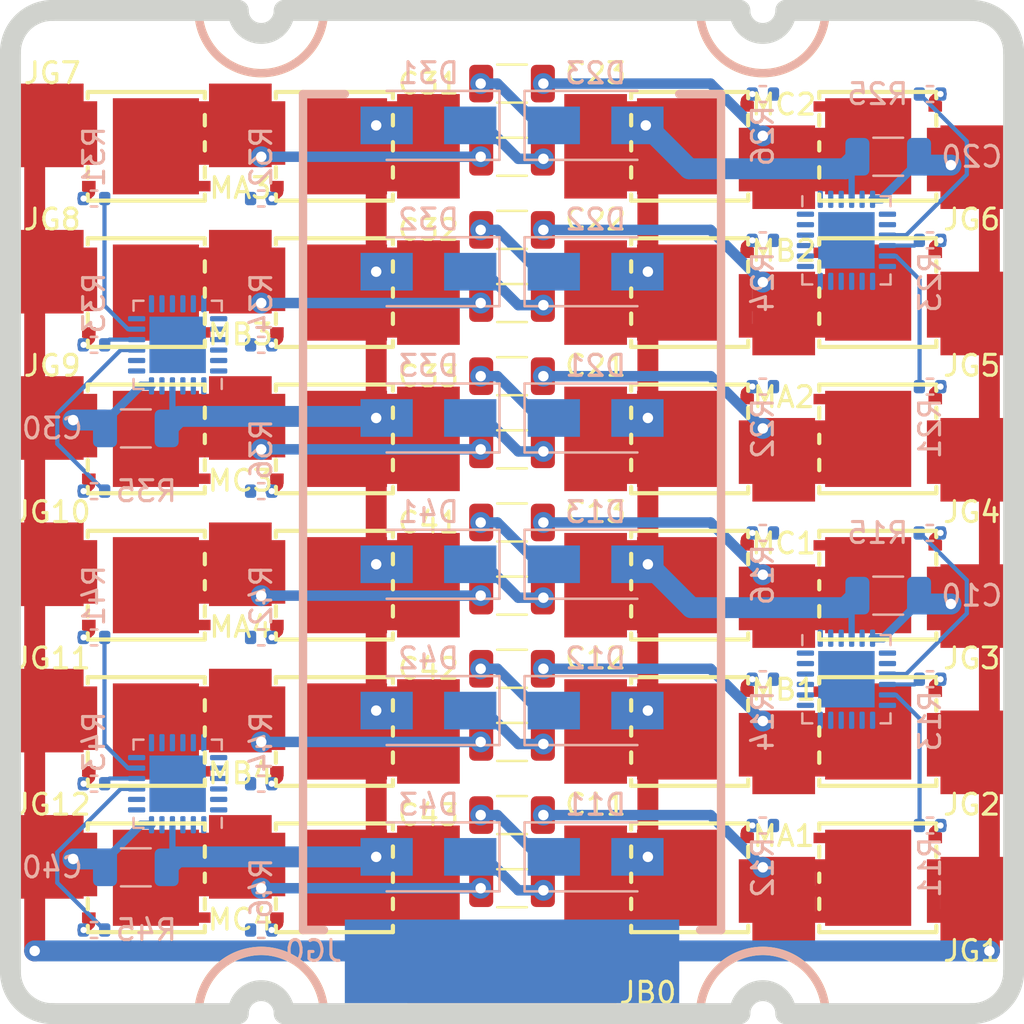
<source format=kicad_pcb>
(kicad_pcb (version 20171130) (host pcbnew 5.1.8)
  (title_block (title "FMESC-1-A PCB") (date 2020-11-07) (rev TODO) (company sceext))
  (layers (0 F.Cu mixed hide) (31 B.Cu mixed) (34 B.Paste user) (35 F.Paste user hide) (36 B.SilkS user) (37 F.SilkS user hide) (38 B.Mask user) (39 F.Mask user hide) (44 Edge.Cuts user))
  (net 0 "")
  (net 1 GND)
  (net 2 /M1/A1)
  (net 3 "Net-(C11-Pad1)")
  (net 4 /M1/B1)
  (net 5 "Net-(C12-Pad1)")
  (net 6 /M1/C1)
  (net 7 "Net-(C13-Pad1)")
  (net 8 /M2/A1)
  (net 9 "Net-(C21-Pad1)")
  (net 10 /M2/B1)
  (net 11 "Net-(C22-Pad1)")
  (net 12 /M2/C1)
  (net 13 "Net-(C23-Pad1)")
  (net 14 /M3/A1)
  (net 15 "Net-(C31-Pad1)")
  (net 16 /M3/B1)
  (net 17 "Net-(C32-Pad1)")
  (net 18 /M3/C1)
  (net 19 "Net-(C33-Pad1)")
  (net 20 /M4/A1)
  (net 21 "Net-(C41-Pad1)")
  (net 22 /M4/B1)
  (net 23 "Net-(C42-Pad1)")
  (net 24 /M4/C1)
  (net 25 "Net-(C43-Pad1)")
  (net 26 +BATT)
  (net 27 "Net-(Q1-Pad2)")
  (net 28 "Net-(Q2-Pad2)")
  (net 29 "Net-(Q3-Pad2)")
  (net 30 "Net-(Q4-Pad2)")
  (net 31 "Net-(Q5-Pad2)")
  (net 32 "Net-(Q6-Pad2)")
  (net 33 "Net-(Q7-Pad2)")
  (net 34 "Net-(Q8-Pad2)")
  (net 35 "Net-(Q9-Pad2)")
  (net 36 "Net-(Q10-Pad2)")
  (net 37 "Net-(Q11-Pad2)")
  (net 38 "Net-(Q12-Pad2)")
  (net 39 "Net-(Q13-Pad2)")
  (net 40 "Net-(Q14-Pad2)")
  (net 41 "Net-(Q15-Pad2)")
  (net 42 "Net-(Q16-Pad2)")
  (net 43 "Net-(Q17-Pad2)")
  (net 44 "Net-(Q18-Pad2)")
  (net 45 "Net-(Q19-Pad2)")
  (net 46 "Net-(Q20-Pad2)")
  (net 47 "Net-(Q21-Pad2)")
  (net 48 "Net-(Q22-Pad2)")
  (net 49 "Net-(Q23-Pad2)")
  (net 50 "Net-(Q24-Pad2)")
  (net 51 /M1/ALG)
  (net 52 /M1/AHG)
  (net 53 /M1/BLG)
  (net 54 /M1/BHG)
  (net 55 /M1/CLG)
  (net 56 /M1/CHG)
  (net 57 /M2/ALG)
  (net 58 /M2/AHG)
  (net 59 /M2/BLG)
  (net 60 /M2/BHG)
  (net 61 /M2/CLG)
  (net 62 /M2/CHG)
  (net 63 /M3/ALG)
  (net 64 /M3/AHG)
  (net 65 /M3/BLG)
  (net 66 /M3/BHG)
  (net 67 /M3/CLG)
  (net 68 /M3/CHG)
  (net 69 /M4/ALG)
  (net 70 /M4/AHG)
  (net 71 /M4/BLG)
  (net 72 /M4/BHG)
  (net 73 /M4/CLG)
  (net 74 /M4/CHG)
  (net 75 /M1/CCH1)
  (net 76 /M1/CBH1)
  (net 77 /M1/CAH1)
  (net 78 "Net-(U1-Pad21)")
  (net 79 "Net-(U1-Pad8)")
  (net 80 "Net-(U1-Pad7)")
  (net 81 "Net-(U1-Pad5)")
  (net 82 /M1/CCL1)
  (net 83 /M1/CBL1)
  (net 84 /M1/CAL1)
  (net 85 /M2/CCH1)
  (net 86 /M2/CBH1)
  (net 87 /M2/CAH1)
  (net 88 "Net-(U2-Pad21)")
  (net 89 "Net-(U2-Pad8)")
  (net 90 "Net-(U2-Pad7)")
  (net 91 "Net-(U2-Pad5)")
  (net 92 /M2/CCL1)
  (net 93 /M2/CBL1)
  (net 94 /M2/CAL1)
  (net 95 /M3/CCH1)
  (net 96 /M3/CBH1)
  (net 97 /M3/CAH1)
  (net 98 "Net-(U3-Pad21)")
  (net 99 "Net-(U3-Pad8)")
  (net 100 "Net-(U3-Pad7)")
  (net 101 "Net-(U3-Pad5)")
  (net 102 /M3/CCL1)
  (net 103 /M3/CBL1)
  (net 104 /M3/CAL1)
  (net 105 /M4/CCH1)
  (net 106 /M4/CBH1)
  (net 107 /M4/CAH1)
  (net 108 "Net-(U4-Pad21)")
  (net 109 "Net-(U4-Pad8)")
  (net 110 "Net-(U4-Pad7)")
  (net 111 "Net-(U4-Pad5)")
  (net 112 /M4/CCL1)
  (net 113 /M4/CBL1)
  (net 114 /M4/CAL1)
  (module fmlibf:JS3x10mm (layer F.Cu) (at 74 96)
    (fp_text reference JB0 (at 6.5 1) (layer F.SilkS))
    (fp_text value Conn_01x01 hide)
    (pad 1 smd rect (at 0 0) (size 10 3) (layers F.Cu F.Paste F.Mask) (net 26 +BATT))
  )
  (module fmlibf:JS3x4mm (layer F.Cu) (at 61 90.5 90)
    (fp_text reference MC4 (at -3 0 180) (layer F.SilkS))
    (fp_text value Conn_01x01 hide)
    (pad 1 smd rect (at 0 0 90) (size 4 3) (layers F.Cu F.Paste F.Mask) (net 24 /M4/C1))
  )
  (module fmlibf:JS3x4mm (layer F.Cu) (at 61 69.5 90)
    (fp_text reference MC3 (at -3 0 180) (layer F.SilkS))
    (fp_text value Conn_01x01 hide)
    (pad 1 smd rect (at 0 0 90) (size 4 3) (layers F.Cu F.Paste F.Mask) (net 18 /M3/C1))
  )
  (module fmlibf:JS3x4mm (layer F.Cu) (at 87 57.5 90)
    (fp_text reference MC2 (at 3 0 180) (layer F.SilkS))
    (fp_text value Conn_01x01 hide)
    (pad 1 smd rect (at 0 0 90) (size 4 3) (layers F.Cu F.Paste F.Mask) (net 12 /M2/C1))
  )
  (module fmlibf:JS3x4mm (layer F.Cu) (at 87 78.5 90)
    (fp_text reference MC1 (at 3 0 180) (layer F.SilkS))
    (fp_text value Conn_01x01 hide)
    (pad 1 smd rect (at 0 0 90) (size 4 3) (layers F.Cu F.Paste F.Mask) (net 6 /M1/C1))
  )
  (module fmlibf:JS3x4mm (layer F.Cu) (at 61 83.5 90)
    (fp_text reference MB4 (at -3 0 180) (layer F.SilkS))
    (fp_text value Conn_01x01 hide)
    (pad 1 smd rect (at 0 0 90) (size 4 3) (layers F.Cu F.Paste F.Mask) (net 22 /M4/B1))
  )
  (module fmlibf:JS3x4mm (layer F.Cu) (at 61 62.5 90)
    (fp_text reference MB3 (at -3 0 180) (layer F.SilkS))
    (fp_text value Conn_01x01 hide)
    (pad 1 smd rect (at 0 0 90) (size 4 3) (layers F.Cu F.Paste F.Mask) (net 16 /M3/B1))
  )
  (module fmlibf:JS3x4mm (layer F.Cu) (at 87 64.5 90)
    (fp_text reference MB2 (at 3 0 180) (layer F.SilkS))
    (fp_text value Conn_01x01 hide)
    (pad 1 smd rect (at 0 0 90) (size 4 3) (layers F.Cu F.Paste F.Mask) (net 10 /M2/B1))
  )
  (module fmlibf:JS3x4mm (layer F.Cu) (at 87 85.5 90)
    (fp_text reference MB1 (at 3 0 180) (layer F.SilkS))
    (fp_text value Conn_01x01 hide)
    (pad 1 smd rect (at 0 0 90) (size 4 3) (layers F.Cu F.Paste F.Mask) (net 4 /M1/B1))
  )
  (module fmlibf:JS3x4mm (layer F.Cu) (at 61 76.5 90)
    (fp_text reference MA4 (at -3 0 180) (layer F.SilkS))
    (fp_text value Conn_01x01 hide)
    (pad 1 smd rect (at 0 0 90) (size 4 3) (layers F.Cu F.Paste F.Mask) (net 20 /M4/A1))
  )
  (module fmlibf:JS3x4mm (layer F.Cu) (at 61 55.5 90)
    (fp_text reference MA3 (at -3 0 180) (layer F.SilkS))
    (fp_text value Conn_01x01 hide)
    (pad 1 smd rect (at 0 0 90) (size 4 3) (layers F.Cu F.Paste F.Mask) (net 14 /M3/A1))
  )
  (module fmlibf:JS3x4mm (layer F.Cu) (at 87 71.5 90)
    (fp_text reference MA2 (at 3 0 180) (layer F.SilkS))
    (fp_text value Conn_01x01 hide)
    (pad 1 smd rect (at 0 0 90) (size 4 3) (layers F.Cu F.Paste F.Mask) (net 8 /M2/A1))
  )
  (module fmlibf:JS3x4mm (layer F.Cu) (at 87 92.5 90)
    (fp_text reference MA1 (at 3 0 180) (layer F.SilkS))
    (fp_text value Conn_01x01 hide)
    (pad 1 smd rect (at 0 0 90) (size 4 3) (layers F.Cu F.Paste F.Mask) (net 2 /M1/A1))
  )
  (module fmlibf:JS3x4mm (layer F.Cu) (at 52 90.5 90)
    (fp_text reference JG12 (at 2.5 0 180) (layer F.SilkS))
    (fp_text value Conn_01x01 hide)
    (pad 1 smd rect (at 0 0 90) (size 4 3) (layers F.Cu F.Paste F.Mask) (net 1 GND))
  )
  (module fmlibf:JS3x4mm (layer F.Cu) (at 52 83.5 90)
    (fp_text reference JG11 (at 2.5 0 180) (layer F.SilkS))
    (fp_text value Conn_01x01 hide)
    (pad 1 smd rect (at 0 0 90) (size 4 3) (layers F.Cu F.Paste F.Mask) (net 1 GND))
  )
  (module fmlibf:JS3x4mm (layer F.Cu) (at 52 76.5 90)
    (fp_text reference JG10 (at 2.5 0 180) (layer F.SilkS))
    (fp_text value Conn_01x01 hide)
    (pad 1 smd rect (at 0 0 90) (size 4 3) (layers F.Cu F.Paste F.Mask) (net 1 GND))
  )
  (module fmlibf:JS3x4mm (layer F.Cu) (at 52 69.5 90)
    (fp_text reference JG9 (at 2.5 0 180) (layer F.SilkS))
    (fp_text value Conn_01x01 hide)
    (pad 1 smd rect (at 0 0 90) (size 4 3) (layers F.Cu F.Paste F.Mask) (net 1 GND))
  )
  (module fmlibf:JS3x4mm (layer F.Cu) (at 52 62.5 90)
    (fp_text reference JG8 (at 2.5 0 180) (layer F.SilkS))
    (fp_text value Conn_01x01 hide)
    (pad 1 smd rect (at 0 0 90) (size 4 3) (layers F.Cu F.Paste F.Mask) (net 1 GND))
  )
  (module fmlibf:JS3x4mm (layer F.Cu) (at 52 55.5 90)
    (fp_text reference JG7 (at 2.5 0) (layer F.SilkS))
    (fp_text value Conn_01x01 hide)
    (pad 1 smd rect (at 0 0 90) (size 4 3) (layers F.Cu F.Paste F.Mask) (net 1 GND))
  )
  (module fmlibf:JS3x4mm (layer F.Cu) (at 96 57.5 90)
    (fp_text reference JG6 (at -2.5 0 180) (layer F.SilkS))
    (fp_text value Conn_01x01 hide)
    (pad 1 smd rect (at 0 0 90) (size 4 3) (layers F.Cu F.Paste F.Mask) (net 1 GND))
  )
  (module fmlibf:JS3x4mm (layer F.Cu) (at 96 64.5 90)
    (fp_text reference JG5 (at -2.5 0 180) (layer F.SilkS))
    (fp_text value Conn_01x01 hide)
    (pad 1 smd rect (at 0 0 90) (size 4 3) (layers F.Cu F.Paste F.Mask) (net 1 GND))
  )
  (module fmlibf:JS3x4mm (layer F.Cu) (at 96 71.5 90)
    (fp_text reference JG4 (at -2.5 0 180) (layer F.SilkS))
    (fp_text value Conn_01x01 hide)
    (pad 1 smd rect (at 0 0 90) (size 4 3) (layers F.Cu F.Paste F.Mask) (net 1 GND))
  )
  (module fmlibf:JS3x4mm (layer F.Cu) (at 96 78.5 90)
    (fp_text reference JG3 (at -2.5 0 180) (layer F.SilkS))
    (fp_text value Conn_01x01 hide)
    (pad 1 smd rect (at 0 0 90) (size 4 3) (layers F.Cu F.Paste F.Mask) (net 1 GND))
  )
  (module fmlibf:JS3x4mm (layer F.Cu) (at 96 85.5 90)
    (fp_text reference JG2 (at -2.5 0 180) (layer F.SilkS))
    (fp_text value Conn_01x01 hide)
    (pad 1 smd rect (at 0 0 90) (size 4 3) (layers F.Cu F.Paste F.Mask) (net 1 GND))
  )
  (module fmlibf:JS3x4mm (layer F.Cu) (at 96 92.5 90)
    (fp_text reference JG1 (at -2.5 0 180) (layer F.SilkS))
    (fp_text value Conn_01x01 hide)
    (pad 1 smd rect (at 0 0 90) (size 4 3) (layers F.Cu F.Paste F.Mask) (net 1 GND))
  )
  (module fmlibf:JS4x16mm (layer B.Cu) (at 74 95.5)
    (fp_text reference JG0 (at -9.5 -0.5) (layer B.SilkS) (effects (justify mirror)))
    (fp_text value Conn_01x01 hide)
    (pad 1 smd rect (at 0 0) (size 16 4) (layers B.Cu B.Paste B.Mask) (net 1 GND))
  )
  (module fmlibf:JS3x5mm (layer F.Cu) (at 70 91.5 90)
    (fp_text reference JB12 hide)
    (fp_text value Conn_01x01 hide)
    (pad 1 smd rect (at 0 0 90) (size 5 3) (layers F.Cu F.Paste F.Mask) (net 26 +BATT))
  )
  (module fmlibf:JS3x5mm (layer F.Cu) (at 70 84.5 90)
    (fp_text reference JB11 hide)
    (fp_text value Conn_01x01 hide)
    (pad 1 smd rect (at 0 0 90) (size 5 3) (layers F.Cu F.Paste F.Mask) (net 26 +BATT))
  )
  (module fmlibf:JS3x5mm (layer F.Cu) (at 70 77.5 90)
    (fp_text reference JB10 hide)
    (fp_text value Conn_01x01 hide)
    (pad 1 smd rect (at 0 0 90) (size 5 3) (layers F.Cu F.Paste F.Mask) (net 26 +BATT))
  )
  (module fmlibf:JS3x5mm (layer F.Cu) (at 70 70.5 90)
    (fp_text reference JB9 hide)
    (fp_text value Conn_01x01 hide)
    (pad 1 smd rect (at 0 0 90) (size 5 3) (layers F.Cu F.Paste F.Mask) (net 26 +BATT))
  )
  (module fmlibf:JS3x5mm (layer F.Cu) (at 70 63.5 90)
    (fp_text reference JB8 hide)
    (fp_text value Conn_01x01 hide)
    (pad 1 smd rect (at 0 0 90) (size 5 3) (layers F.Cu F.Paste F.Mask) (net 26 +BATT))
  )
  (module fmlibf:JS3x5mm (layer F.Cu) (at 70 56.5 90)
    (fp_text reference JB7 hide)
    (fp_text value Conn_01x01 hide)
    (pad 1 smd rect (at 0 0 90) (size 5 3) (layers F.Cu F.Paste F.Mask) (net 26 +BATT))
  )
  (module fmlibf:JS3x5mm (layer F.Cu) (at 78 56.5 90)
    (fp_text reference JB6 hide)
    (fp_text value Conn_01x01 hide)
    (pad 1 smd rect (at 0 0 90) (size 5 3) (layers F.Cu F.Paste F.Mask) (net 26 +BATT))
  )
  (module fmlibf:JS3x5mm (layer F.Cu) (at 78 63.5 90)
    (fp_text reference JB5 hide)
    (fp_text value Conn_01x01 hide)
    (pad 1 smd rect (at 0 0 90) (size 5 3) (layers F.Cu F.Paste F.Mask) (net 26 +BATT))
  )
  (module fmlibf:JS3x5mm (layer F.Cu) (at 78 70.5 90)
    (fp_text reference JB4 hide)
    (fp_text value Conn_01x01 hide)
    (pad 1 smd rect (at 0 0 90) (size 5 3) (layers F.Cu F.Paste F.Mask) (net 26 +BATT))
  )
  (module fmlibf:JS3x5mm (layer F.Cu) (at 78 77.5 90)
    (fp_text reference JB3 hide)
    (fp_text value Conn_01x01 hide)
    (pad 1 smd rect (at 0 0 90) (size 5 3) (layers F.Cu F.Paste F.Mask) (net 26 +BATT))
  )
  (module fmlibf:JS3x5mm (layer F.Cu) (at 78 84.5 90)
    (fp_text reference JB2 hide)
    (fp_text value Conn_01x01 hide)
    (pad 1 smd rect (at 0 0 90) (size 5 3) (layers F.Cu F.Paste F.Mask) (net 26 +BATT))
  )
  (module fmlibf:JS3x5mm (layer F.Cu) (at 78 91.5 90)
    (fp_text reference JB1 hide)
    (fp_text value Conn_01x01 hide)
    (pad 1 smd rect (at 0 0 90) (size 5 3) (layers F.Cu F.Paste F.Mask) (net 26 +BATT))
  )
  (module Package_DFN_QFN:QFN-24-1EP_4x4mm_P0.5mm_EP2.7x2.7mm (layer B.Cu) (at 58 87 90)
    (fp_text reference U4 hide)
    (fp_text value FD6288Q)
    (pad 25 smd rect (at 0 0 90) (size 2.7 2.7) (layers B.Cu B.Mask))
    (pad 24 smd roundrect (at -1.25 1.9625 90) (size 0.25 0.825) (layers B.Cu B.Paste B.Mask) (net 105 /M4/CCH1))
    (pad 23 smd roundrect (at -0.75 1.9625 90) (size 0.25 0.825) (layers B.Cu B.Paste B.Mask) (net 106 /M4/CBH1))
    (pad 22 smd roundrect (at -0.25 1.9625 90) (size 0.25 0.825) (layers B.Cu B.Paste B.Mask) (net 107 /M4/CAH1))
    (pad 21 smd roundrect (at 0.25 1.9625 90) (size 0.25 0.825) (layers B.Cu B.Paste B.Mask) (net 108 "Net-(U4-Pad21)"))
    (pad 20 smd roundrect (at 0.75 1.9625 90) (size 0.25 0.825) (layers B.Cu B.Paste B.Mask) (net 21 "Net-(C41-Pad1)"))
    (pad 19 smd roundrect (at 1.25 1.9625 90) (size 0.25 0.825) (layers B.Cu B.Paste B.Mask) (net 70 /M4/AHG))
    (pad 18 smd roundrect (at 1.9625 1.25 90) (size 0.825 0.25) (layers B.Cu B.Paste B.Mask) (net 20 /M4/A1))
    (pad 17 smd roundrect (at 1.9625 0.75 90) (size 0.825 0.25) (layers B.Cu B.Paste B.Mask) (net 23 "Net-(C42-Pad1)"))
    (pad 16 smd roundrect (at 1.9625 0.25 90) (size 0.825 0.25) (layers B.Cu B.Paste B.Mask) (net 72 /M4/BHG))
    (pad 15 smd roundrect (at 1.9625 -0.25 90) (size 0.825 0.25) (layers B.Cu B.Paste B.Mask) (net 22 /M4/B1))
    (pad 14 smd roundrect (at 1.9625 -0.75 90) (size 0.825 0.25) (layers B.Cu B.Paste B.Mask) (net 25 "Net-(C43-Pad1)"))
    (pad 13 smd roundrect (at 1.9625 -1.25 90) (size 0.825 0.25) (layers B.Cu B.Paste B.Mask) (net 74 /M4/CHG))
    (pad 12 smd roundrect (at 1.25 -1.9625 90) (size 0.25 0.825) (layers B.Cu B.Paste B.Mask) (net 24 /M4/C1))
    (pad 11 smd roundrect (at 0.75 -1.9625 90) (size 0.25 0.825) (layers B.Cu B.Paste B.Mask) (net 69 /M4/ALG))
    (pad 10 smd roundrect (at 0.25 -1.9625 90) (size 0.25 0.825) (layers B.Cu B.Paste B.Mask) (net 71 /M4/BLG))
    (pad 9 smd roundrect (at -0.25 -1.9625 90) (size 0.25 0.825) (layers B.Cu B.Paste B.Mask) (net 73 /M4/CLG))
    (pad 8 smd roundrect (at -0.75 -1.9625 90) (size 0.25 0.825) (layers B.Cu B.Paste B.Mask) (net 109 "Net-(U4-Pad8)"))
    (pad 7 smd roundrect (at -1.25 -1.9625 90) (size 0.25 0.825) (layers B.Cu B.Paste B.Mask) (net 110 "Net-(U4-Pad7)"))
    (pad 6 smd roundrect (at -1.9625 -1.25 90) (size 0.825 0.25) (layers B.Cu B.Paste B.Mask) (net 1 GND))
    (pad 5 smd roundrect (at -1.9625 -0.75 90) (size 0.825 0.25) (layers B.Cu B.Paste B.Mask) (net 111 "Net-(U4-Pad5)"))
    (pad 4 smd roundrect (at -1.9625 -0.25 90) (size 0.825 0.25) (layers B.Cu B.Paste B.Mask) (net 26 +BATT))
    (pad 3 smd roundrect (at -1.9625 0.25 90) (size 0.825 0.25) (layers B.Cu B.Paste B.Mask) (net 112 /M4/CCL1))
    (pad 2 smd roundrect (at -1.9625 0.75 90) (size 0.825 0.25) (layers B.Cu B.Paste B.Mask) (net 113 /M4/CBL1))
    (pad 1 smd roundrect (at -1.9625 1.25 90) (size 0.825 0.25) (layers B.Cu B.Paste B.Mask) (net 114 /M4/CAL1))
  )
  (module Package_DFN_QFN:QFN-24-1EP_4x4mm_P0.5mm_EP2.7x2.7mm (layer B.Cu) (at 58 66 90)
    (fp_text reference U3 hide)
    (fp_text value FD6288Q)
    (pad 25 smd rect (at 0 0 90) (size 2.7 2.7) (layers B.Cu B.Mask))
    (pad 24 smd roundrect (at -1.25 1.9625 90) (size 0.25 0.825) (layers B.Cu B.Paste B.Mask) (net 95 /M3/CCH1))
    (pad 23 smd roundrect (at -0.75 1.9625 90) (size 0.25 0.825) (layers B.Cu B.Paste B.Mask) (net 96 /M3/CBH1))
    (pad 22 smd roundrect (at -0.25 1.9625 90) (size 0.25 0.825) (layers B.Cu B.Paste B.Mask) (net 97 /M3/CAH1))
    (pad 21 smd roundrect (at 0.25 1.9625 90) (size 0.25 0.825) (layers B.Cu B.Paste B.Mask) (net 98 "Net-(U3-Pad21)"))
    (pad 20 smd roundrect (at 0.75 1.9625 90) (size 0.25 0.825) (layers B.Cu B.Paste B.Mask) (net 15 "Net-(C31-Pad1)"))
    (pad 19 smd roundrect (at 1.25 1.9625 90) (size 0.25 0.825) (layers B.Cu B.Paste B.Mask) (net 64 /M3/AHG))
    (pad 18 smd roundrect (at 1.9625 1.25 90) (size 0.825 0.25) (layers B.Cu B.Paste B.Mask) (net 14 /M3/A1))
    (pad 17 smd roundrect (at 1.9625 0.75 90) (size 0.825 0.25) (layers B.Cu B.Paste B.Mask) (net 17 "Net-(C32-Pad1)"))
    (pad 16 smd roundrect (at 1.9625 0.25 90) (size 0.825 0.25) (layers B.Cu B.Paste B.Mask) (net 66 /M3/BHG))
    (pad 15 smd roundrect (at 1.9625 -0.25 90) (size 0.825 0.25) (layers B.Cu B.Paste B.Mask) (net 16 /M3/B1))
    (pad 14 smd roundrect (at 1.9625 -0.75 90) (size 0.825 0.25) (layers B.Cu B.Paste B.Mask) (net 19 "Net-(C33-Pad1)"))
    (pad 13 smd roundrect (at 1.9625 -1.25 90) (size 0.825 0.25) (layers B.Cu B.Paste B.Mask) (net 68 /M3/CHG))
    (pad 12 smd roundrect (at 1.25 -1.9625 90) (size 0.25 0.825) (layers B.Cu B.Paste B.Mask) (net 18 /M3/C1))
    (pad 11 smd roundrect (at 0.75 -1.9625 90) (size 0.25 0.825) (layers B.Cu B.Paste B.Mask) (net 63 /M3/ALG))
    (pad 10 smd roundrect (at 0.25 -1.9625 90) (size 0.25 0.825) (layers B.Cu B.Paste B.Mask) (net 65 /M3/BLG))
    (pad 9 smd roundrect (at -0.25 -1.9625 90) (size 0.25 0.825) (layers B.Cu B.Paste B.Mask) (net 67 /M3/CLG))
    (pad 8 smd roundrect (at -0.75 -1.9625 90) (size 0.25 0.825) (layers B.Cu B.Paste B.Mask) (net 99 "Net-(U3-Pad8)"))
    (pad 7 smd roundrect (at -1.25 -1.9625 90) (size 0.25 0.825) (layers B.Cu B.Paste B.Mask) (net 100 "Net-(U3-Pad7)"))
    (pad 6 smd roundrect (at -1.9625 -1.25 90) (size 0.825 0.25) (layers B.Cu B.Paste B.Mask) (net 1 GND))
    (pad 5 smd roundrect (at -1.9625 -0.75 90) (size 0.825 0.25) (layers B.Cu B.Paste B.Mask) (net 101 "Net-(U3-Pad5)"))
    (pad 4 smd roundrect (at -1.9625 -0.25 90) (size 0.825 0.25) (layers B.Cu B.Paste B.Mask) (net 26 +BATT))
    (pad 3 smd roundrect (at -1.9625 0.25 90) (size 0.825 0.25) (layers B.Cu B.Paste B.Mask) (net 102 /M3/CCL1))
    (pad 2 smd roundrect (at -1.9625 0.75 90) (size 0.825 0.25) (layers B.Cu B.Paste B.Mask) (net 103 /M3/CBL1))
    (pad 1 smd roundrect (at -1.9625 1.25 90) (size 0.825 0.25) (layers B.Cu B.Paste B.Mask) (net 104 /M3/CAL1))
  )
  (module Package_DFN_QFN:QFN-24-1EP_4x4mm_P0.5mm_EP2.7x2.7mm (layer B.Cu) (at 90 61 270)
    (fp_text reference U2 hide)
    (fp_text value FD6288Q)
    (pad 25 smd rect (at 0 0 270) (size 2.7 2.7) (layers B.Cu B.Mask))
    (pad 24 smd roundrect (at -1.25 1.9625 270) (size 0.25 0.825) (layers B.Cu B.Paste B.Mask) (net 85 /M2/CCH1))
    (pad 23 smd roundrect (at -0.75 1.9625 270) (size 0.25 0.825) (layers B.Cu B.Paste B.Mask) (net 86 /M2/CBH1))
    (pad 22 smd roundrect (at -0.25 1.9625 270) (size 0.25 0.825) (layers B.Cu B.Paste B.Mask) (net 87 /M2/CAH1))
    (pad 21 smd roundrect (at 0.25 1.9625 270) (size 0.25 0.825) (layers B.Cu B.Paste B.Mask) (net 88 "Net-(U2-Pad21)"))
    (pad 20 smd roundrect (at 0.75 1.9625 270) (size 0.25 0.825) (layers B.Cu B.Paste B.Mask) (net 9 "Net-(C21-Pad1)"))
    (pad 19 smd roundrect (at 1.25 1.9625 270) (size 0.25 0.825) (layers B.Cu B.Paste B.Mask) (net 58 /M2/AHG))
    (pad 18 smd roundrect (at 1.9625 1.25 270) (size 0.825 0.25) (layers B.Cu B.Paste B.Mask) (net 8 /M2/A1))
    (pad 17 smd roundrect (at 1.9625 0.75 270) (size 0.825 0.25) (layers B.Cu B.Paste B.Mask) (net 11 "Net-(C22-Pad1)"))
    (pad 16 smd roundrect (at 1.9625 0.25 270) (size 0.825 0.25) (layers B.Cu B.Paste B.Mask) (net 60 /M2/BHG))
    (pad 15 smd roundrect (at 1.9625 -0.25 270) (size 0.825 0.25) (layers B.Cu B.Paste B.Mask) (net 10 /M2/B1))
    (pad 14 smd roundrect (at 1.9625 -0.75 270) (size 0.825 0.25) (layers B.Cu B.Paste B.Mask) (net 13 "Net-(C23-Pad1)"))
    (pad 13 smd roundrect (at 1.9625 -1.25 270) (size 0.825 0.25) (layers B.Cu B.Paste B.Mask) (net 62 /M2/CHG))
    (pad 12 smd roundrect (at 1.25 -1.9625 270) (size 0.25 0.825) (layers B.Cu B.Paste B.Mask) (net 12 /M2/C1))
    (pad 11 smd roundrect (at 0.75 -1.9625 270) (size 0.25 0.825) (layers B.Cu B.Paste B.Mask) (net 57 /M2/ALG))
    (pad 10 smd roundrect (at 0.25 -1.9625 270) (size 0.25 0.825) (layers B.Cu B.Paste B.Mask) (net 59 /M2/BLG))
    (pad 9 smd roundrect (at -0.25 -1.9625 270) (size 0.25 0.825) (layers B.Cu B.Paste B.Mask) (net 61 /M2/CLG))
    (pad 8 smd roundrect (at -0.75 -1.9625 270) (size 0.25 0.825) (layers B.Cu B.Paste B.Mask) (net 89 "Net-(U2-Pad8)"))
    (pad 7 smd roundrect (at -1.25 -1.9625 270) (size 0.25 0.825) (layers B.Cu B.Paste B.Mask) (net 90 "Net-(U2-Pad7)"))
    (pad 6 smd roundrect (at -1.9625 -1.25 270) (size 0.825 0.25) (layers B.Cu B.Paste B.Mask) (net 1 GND))
    (pad 5 smd roundrect (at -1.9625 -0.75 270) (size 0.825 0.25) (layers B.Cu B.Paste B.Mask) (net 91 "Net-(U2-Pad5)"))
    (pad 4 smd roundrect (at -1.9625 -0.25 270) (size 0.825 0.25) (layers B.Cu B.Paste B.Mask) (net 26 +BATT))
    (pad 3 smd roundrect (at -1.9625 0.25 270) (size 0.825 0.25) (layers B.Cu B.Paste B.Mask) (net 92 /M2/CCL1))
    (pad 2 smd roundrect (at -1.9625 0.75 270) (size 0.825 0.25) (layers B.Cu B.Paste B.Mask) (net 93 /M2/CBL1))
    (pad 1 smd roundrect (at -1.9625 1.25 270) (size 0.825 0.25) (layers B.Cu B.Paste B.Mask) (net 94 /M2/CAL1))
  )
  (module Package_DFN_QFN:QFN-24-1EP_4x4mm_P0.5mm_EP2.7x2.7mm (layer B.Cu) (at 90 82 270)
    (fp_text reference U1 hide)
    (fp_text value FD6288Q)
    (pad 25 smd rect (at 0 0 270) (size 2.7 2.7) (layers B.Cu B.Mask))
    (pad 24 smd roundrect (at -1.25 1.9625 270) (size 0.25 0.825) (layers B.Cu B.Paste B.Mask) (net 75 /M1/CCH1))
    (pad 23 smd roundrect (at -0.75 1.9625 270) (size 0.25 0.825) (layers B.Cu B.Paste B.Mask) (net 76 /M1/CBH1))
    (pad 22 smd roundrect (at -0.25 1.9625 270) (size 0.25 0.825) (layers B.Cu B.Paste B.Mask) (net 77 /M1/CAH1))
    (pad 21 smd roundrect (at 0.25 1.9625 270) (size 0.25 0.825) (layers B.Cu B.Paste B.Mask) (net 78 "Net-(U1-Pad21)"))
    (pad 20 smd roundrect (at 0.75 1.9625 270) (size 0.25 0.825) (layers B.Cu B.Paste B.Mask) (net 3 "Net-(C11-Pad1)"))
    (pad 19 smd roundrect (at 1.25 1.9625 270) (size 0.25 0.825) (layers B.Cu B.Paste B.Mask) (net 52 /M1/AHG))
    (pad 18 smd roundrect (at 1.9625 1.25 270) (size 0.825 0.25) (layers B.Cu B.Paste B.Mask) (net 2 /M1/A1))
    (pad 17 smd roundrect (at 1.9625 0.75 270) (size 0.825 0.25) (layers B.Cu B.Paste B.Mask) (net 5 "Net-(C12-Pad1)"))
    (pad 16 smd roundrect (at 1.9625 0.25 270) (size 0.825 0.25) (layers B.Cu B.Paste B.Mask) (net 54 /M1/BHG))
    (pad 15 smd roundrect (at 1.9625 -0.25 270) (size 0.825 0.25) (layers B.Cu B.Paste B.Mask) (net 4 /M1/B1))
    (pad 14 smd roundrect (at 1.9625 -0.75 270) (size 0.825 0.25) (layers B.Cu B.Paste B.Mask) (net 7 "Net-(C13-Pad1)"))
    (pad 13 smd roundrect (at 1.9625 -1.25 270) (size 0.825 0.25) (layers B.Cu B.Paste B.Mask) (net 56 /M1/CHG))
    (pad 12 smd roundrect (at 1.25 -1.9625 270) (size 0.25 0.825) (layers B.Cu B.Paste B.Mask) (net 6 /M1/C1))
    (pad 11 smd roundrect (at 0.75 -1.9625 270) (size 0.25 0.825) (layers B.Cu B.Paste B.Mask) (net 51 /M1/ALG))
    (pad 10 smd roundrect (at 0.25 -1.9625 270) (size 0.25 0.825) (layers B.Cu B.Paste B.Mask) (net 53 /M1/BLG))
    (pad 9 smd roundrect (at -0.25 -1.9625 270) (size 0.25 0.825) (layers B.Cu B.Paste B.Mask) (net 55 /M1/CLG))
    (pad 8 smd roundrect (at -0.75 -1.9625 270) (size 0.25 0.825) (layers B.Cu B.Paste B.Mask) (net 79 "Net-(U1-Pad8)"))
    (pad 7 smd roundrect (at -1.25 -1.9625 270) (size 0.25 0.825) (layers B.Cu B.Paste B.Mask) (net 80 "Net-(U1-Pad7)"))
    (pad 6 smd roundrect (at -1.9625 -1.25 270) (size 0.825 0.25) (layers B.Cu B.Paste B.Mask) (net 1 GND))
    (pad 5 smd roundrect (at -1.9625 -0.75 270) (size 0.825 0.25) (layers B.Cu B.Paste B.Mask) (net 81 "Net-(U1-Pad5)"))
    (pad 4 smd roundrect (at -1.9625 -0.25 270) (size 0.825 0.25) (layers B.Cu B.Paste B.Mask) (net 26 +BATT))
    (pad 3 smd roundrect (at -1.9625 0.25 270) (size 0.825 0.25) (layers B.Cu B.Paste B.Mask) (net 82 /M1/CCL1))
    (pad 2 smd roundrect (at -1.9625 0.75 270) (size 0.825 0.25) (layers B.Cu B.Paste B.Mask) (net 83 /M1/CBL1))
    (pad 1 smd roundrect (at -1.9625 1.25 270) (size 0.825 0.25) (layers B.Cu B.Paste B.Mask) (net 84 /M1/CAL1))
  )
  (module Resistor_SMD:R_0402_1005Metric (layer B.Cu) (at 62 94 180)
    (fp_text reference R46 (at 0 2 90) (layer B.SilkS) (effects (justify mirror)))
    (fp_text value 10)
    (pad 2 smd roundrect (at 0.51 0 180) (size 0.54 0.64) (layers B.Cu B.Paste B.Mask) (net 74 /M4/CHG))
    (pad 1 smd roundrect (at -0.51 0 180) (size 0.54 0.64) (layers B.Cu B.Paste B.Mask) (net 50 "Net-(Q24-Pad2)"))
  )
  (module Resistor_SMD:R_0402_1005Metric (layer B.Cu) (at 54 94)
    (fp_text reference R45 (at 2.5 0 180) (layer B.SilkS) (effects (justify mirror)))
    (fp_text value 10)
    (pad 2 smd roundrect (at 0.51 0) (size 0.54 0.64) (layers B.Cu B.Paste B.Mask) (net 73 /M4/CLG))
    (pad 1 smd roundrect (at -0.51 0) (size 0.54 0.64) (layers B.Cu B.Paste B.Mask) (net 49 "Net-(Q23-Pad2)"))
  )
  (module Resistor_SMD:R_0402_1005Metric (layer B.Cu) (at 62 87 180)
    (fp_text reference R44 (at 0 2 90) (layer B.SilkS) (effects (justify mirror)))
    (fp_text value 10)
    (pad 2 smd roundrect (at 0.51 0 180) (size 0.54 0.64) (layers B.Cu B.Paste B.Mask) (net 72 /M4/BHG))
    (pad 1 smd roundrect (at -0.51 0 180) (size 0.54 0.64) (layers B.Cu B.Paste B.Mask) (net 48 "Net-(Q22-Pad2)"))
  )
  (module Resistor_SMD:R_0402_1005Metric (layer B.Cu) (at 54 87)
    (fp_text reference R43 (at 0 -2 90) (layer B.SilkS) (effects (justify mirror)))
    (fp_text value 10)
    (pad 2 smd roundrect (at 0.51 0) (size 0.54 0.64) (layers B.Cu B.Paste B.Mask) (net 71 /M4/BLG))
    (pad 1 smd roundrect (at -0.51 0) (size 0.54 0.64) (layers B.Cu B.Paste B.Mask) (net 47 "Net-(Q21-Pad2)"))
  )
  (module Resistor_SMD:R_0402_1005Metric (layer B.Cu) (at 62 80 180)
    (fp_text reference R42 (at 0 2 90) (layer B.SilkS) (effects (justify mirror)))
    (fp_text value 10)
    (pad 2 smd roundrect (at 0.51 0 180) (size 0.54 0.64) (layers B.Cu B.Paste B.Mask) (net 70 /M4/AHG))
    (pad 1 smd roundrect (at -0.51 0 180) (size 0.54 0.64) (layers B.Cu B.Paste B.Mask) (net 46 "Net-(Q20-Pad2)"))
  )
  (module Resistor_SMD:R_0402_1005Metric (layer B.Cu) (at 54 80)
    (fp_text reference R41 (at 0 -2 90) (layer B.SilkS) (effects (justify mirror)))
    (fp_text value 10)
    (pad 2 smd roundrect (at 0.51 0) (size 0.54 0.64) (layers B.Cu B.Paste B.Mask) (net 69 /M4/ALG))
    (pad 1 smd roundrect (at -0.51 0) (size 0.54 0.64) (layers B.Cu B.Paste B.Mask) (net 45 "Net-(Q19-Pad2)"))
  )
  (module Resistor_SMD:R_0402_1005Metric (layer B.Cu) (at 62 73 180)
    (fp_text reference R36 (at 0 2 90) (layer B.SilkS) (effects (justify mirror)))
    (fp_text value 10)
    (pad 2 smd roundrect (at 0.51 0 180) (size 0.54 0.64) (layers B.Cu B.Paste B.Mask) (net 68 /M3/CHG))
    (pad 1 smd roundrect (at -0.51 0 180) (size 0.54 0.64) (layers B.Cu B.Paste B.Mask) (net 44 "Net-(Q18-Pad2)"))
  )
  (module Resistor_SMD:R_0402_1005Metric (layer B.Cu) (at 54 73)
    (fp_text reference R35 (at 2.5 0 180) (layer B.SilkS) (effects (justify mirror)))
    (fp_text value 10)
    (pad 2 smd roundrect (at 0.51 0) (size 0.54 0.64) (layers B.Cu B.Paste B.Mask) (net 67 /M3/CLG))
    (pad 1 smd roundrect (at -0.51 0) (size 0.54 0.64) (layers B.Cu B.Paste B.Mask) (net 43 "Net-(Q17-Pad2)"))
  )
  (module Resistor_SMD:R_0402_1005Metric (layer B.Cu) (at 62 66 180)
    (fp_text reference R34 (at 0 2 90) (layer B.SilkS) (effects (justify mirror)))
    (fp_text value 10)
    (pad 2 smd roundrect (at 0.51 0 180) (size 0.54 0.64) (layers B.Cu B.Paste B.Mask) (net 66 /M3/BHG))
    (pad 1 smd roundrect (at -0.51 0 180) (size 0.54 0.64) (layers B.Cu B.Paste B.Mask) (net 42 "Net-(Q16-Pad2)"))
  )
  (module Resistor_SMD:R_0402_1005Metric (layer B.Cu) (at 54 66)
    (fp_text reference R33 (at 0 -2 90) (layer B.SilkS) (effects (justify mirror)))
    (fp_text value 10)
    (pad 2 smd roundrect (at 0.51 0) (size 0.54 0.64) (layers B.Cu B.Paste B.Mask) (net 65 /M3/BLG))
    (pad 1 smd roundrect (at -0.51 0) (size 0.54 0.64) (layers B.Cu B.Paste B.Mask) (net 41 "Net-(Q15-Pad2)"))
  )
  (module Resistor_SMD:R_0402_1005Metric (layer B.Cu) (at 62 59 180)
    (fp_text reference R32 (at 0 2 90) (layer B.SilkS) (effects (justify mirror)))
    (fp_text value 10)
    (pad 2 smd roundrect (at 0.51 0 180) (size 0.54 0.64) (layers B.Cu B.Paste B.Mask) (net 64 /M3/AHG))
    (pad 1 smd roundrect (at -0.51 0 180) (size 0.54 0.64) (layers B.Cu B.Paste B.Mask) (net 40 "Net-(Q14-Pad2)"))
  )
  (module Resistor_SMD:R_0402_1005Metric (layer B.Cu) (at 54 59)
    (fp_text reference R31 (at 0 -2 90) (layer B.SilkS) (effects (justify mirror)))
    (fp_text value 10)
    (pad 2 smd roundrect (at 0.51 0) (size 0.54 0.64) (layers B.Cu B.Paste B.Mask) (net 63 /M3/ALG))
    (pad 1 smd roundrect (at -0.51 0) (size 0.54 0.64) (layers B.Cu B.Paste B.Mask) (net 39 "Net-(Q13-Pad2)"))
  )
  (module Resistor_SMD:R_0402_1005Metric (layer B.Cu) (at 86 54)
    (fp_text reference R26 (at 0 2 90) (layer B.SilkS) (effects (justify mirror)))
    (fp_text value 10)
    (pad 2 smd roundrect (at 0.51 0) (size 0.54 0.64) (layers B.Cu B.Paste B.Mask) (net 62 /M2/CHG))
    (pad 1 smd roundrect (at -0.51 0) (size 0.54 0.64) (layers B.Cu B.Paste B.Mask) (net 38 "Net-(Q12-Pad2)"))
  )
  (module Resistor_SMD:R_0402_1005Metric (layer B.Cu) (at 94 54 180)
    (fp_text reference R25 (at 2.5 0 180) (layer B.SilkS) (effects (justify mirror)))
    (fp_text value 10)
    (pad 2 smd roundrect (at 0.51 0 180) (size 0.54 0.64) (layers B.Cu B.Paste B.Mask) (net 61 /M2/CLG))
    (pad 1 smd roundrect (at -0.51 0 180) (size 0.54 0.64) (layers B.Cu B.Paste B.Mask) (net 37 "Net-(Q11-Pad2)"))
  )
  (module Resistor_SMD:R_0402_1005Metric (layer B.Cu) (at 86 61)
    (fp_text reference R24 (at 0 2 90) (layer B.SilkS) (effects (justify mirror)))
    (fp_text value 10)
    (pad 2 smd roundrect (at 0.51 0) (size 0.54 0.64) (layers B.Cu B.Paste B.Mask) (net 60 /M2/BHG))
    (pad 1 smd roundrect (at -0.51 0) (size 0.54 0.64) (layers B.Cu B.Paste B.Mask) (net 36 "Net-(Q10-Pad2)"))
  )
  (module Resistor_SMD:R_0402_1005Metric (layer B.Cu) (at 94 61 180)
    (fp_text reference R23 (at 0 -2 90) (layer B.SilkS) (effects (justify mirror)))
    (fp_text value 10)
    (pad 2 smd roundrect (at 0.51 0 180) (size 0.54 0.64) (layers B.Cu B.Paste B.Mask) (net 59 /M2/BLG))
    (pad 1 smd roundrect (at -0.51 0 180) (size 0.54 0.64) (layers B.Cu B.Paste B.Mask) (net 35 "Net-(Q9-Pad2)"))
  )
  (module Resistor_SMD:R_0402_1005Metric (layer B.Cu) (at 86 68)
    (fp_text reference R22 (at 0 2 90) (layer B.SilkS) (effects (justify mirror)))
    (fp_text value 10)
    (pad 2 smd roundrect (at 0.51 0) (size 0.54 0.64) (layers B.Cu B.Paste B.Mask) (net 58 /M2/AHG))
    (pad 1 smd roundrect (at -0.51 0) (size 0.54 0.64) (layers B.Cu B.Paste B.Mask) (net 34 "Net-(Q8-Pad2)"))
  )
  (module Resistor_SMD:R_0402_1005Metric (layer B.Cu) (at 94 68 180)
    (fp_text reference R21 (at 0 -2 270) (layer B.SilkS) (effects (justify mirror)))
    (fp_text value 10)
    (pad 2 smd roundrect (at 0.51 0 180) (size 0.54 0.64) (layers B.Cu B.Paste B.Mask) (net 57 /M2/ALG))
    (pad 1 smd roundrect (at -0.51 0 180) (size 0.54 0.64) (layers B.Cu B.Paste B.Mask) (net 33 "Net-(Q7-Pad2)"))
  )
  (module Resistor_SMD:R_0402_1005Metric (layer B.Cu) (at 86 75)
    (fp_text reference R16 (at 0 2 90) (layer B.SilkS) (effects (justify mirror)))
    (fp_text value 10)
    (pad 2 smd roundrect (at 0.51 0) (size 0.54 0.64) (layers B.Cu B.Paste B.Mask) (net 56 /M1/CHG))
    (pad 1 smd roundrect (at -0.51 0) (size 0.54 0.64) (layers B.Cu B.Paste B.Mask) (net 32 "Net-(Q6-Pad2)"))
  )
  (module Resistor_SMD:R_0402_1005Metric (layer B.Cu) (at 93.99 75 180)
    (fp_text reference R15 (at 2.49 0 180) (layer B.SilkS) (effects (justify mirror)))
    (fp_text value 10)
    (pad 2 smd roundrect (at 0.51 0 180) (size 0.54 0.64) (layers B.Cu B.Paste B.Mask) (net 55 /M1/CLG))
    (pad 1 smd roundrect (at -0.51 0 180) (size 0.54 0.64) (layers B.Cu B.Paste B.Mask) (net 31 "Net-(Q5-Pad2)"))
  )
  (module Resistor_SMD:R_0402_1005Metric (layer B.Cu) (at 86 82)
    (fp_text reference R14 (at 0 2 90) (layer B.SilkS) (effects (justify mirror)))
    (fp_text value 10)
    (pad 2 smd roundrect (at 0.51 0) (size 0.54 0.64) (layers B.Cu B.Paste B.Mask) (net 54 /M1/BHG))
    (pad 1 smd roundrect (at -0.51 0) (size 0.54 0.64) (layers B.Cu B.Paste B.Mask) (net 30 "Net-(Q4-Pad2)"))
  )
  (module Resistor_SMD:R_0402_1005Metric (layer B.Cu) (at 94 82 180)
    (fp_text reference R13 (at 0 -2 90) (layer B.SilkS) (effects (justify mirror)))
    (fp_text value 10)
    (pad 2 smd roundrect (at 0.51 0 180) (size 0.54 0.64) (layers B.Cu B.Paste B.Mask) (net 53 /M1/BLG))
    (pad 1 smd roundrect (at -0.51 0 180) (size 0.54 0.64) (layers B.Cu B.Paste B.Mask) (net 29 "Net-(Q3-Pad2)"))
  )
  (module Resistor_SMD:R_0402_1005Metric (layer B.Cu) (at 86 89)
    (fp_text reference R12 (at 0 2 90) (layer B.SilkS) (effects (justify mirror)))
    (fp_text value 10)
    (pad 2 smd roundrect (at 0.51 0) (size 0.54 0.64) (layers B.Cu B.Paste B.Mask) (net 52 /M1/AHG))
    (pad 1 smd roundrect (at -0.51 0) (size 0.54 0.64) (layers B.Cu B.Paste B.Mask) (net 28 "Net-(Q2-Pad2)"))
  )
  (module Resistor_SMD:R_0402_1005Metric (layer B.Cu) (at 94 89 180)
    (fp_text reference R11 (at 0 -2 90) (layer B.SilkS) (effects (justify mirror)))
    (fp_text value 10)
    (pad 2 smd roundrect (at 0.51 0 180) (size 0.54 0.64) (layers B.Cu B.Paste B.Mask) (net 51 /M1/ALG))
    (pad 1 smd roundrect (at -0.51 0 180) (size 0.54 0.64) (layers B.Cu B.Paste B.Mask) (net 27 "Net-(Q1-Pad2)"))
  )
  (module fmlibf:DFN5x6_8L_EP1_P (layer F.Cu) (at 65.5 91.5 270)
    (fp_text reference Q24 hide)
    (fp_text value AON6504 hide)
    (pad 1 smd custom (at 0 0 270) (size 0.5 0.65) (layers F.Cu F.Paste F.Mask) (net 26 +BATT) (options (clearance outline) (anchor rect)) (primitives (gr_poly (pts (xy -2.155 -2.425) (xy -1.655 -2.425) (xy -1.655 -3.075) (xy -2.155 -3.075)) (width 0)) (gr_poly (pts (xy -0.885 -2.425) (xy -0.385 -2.425) (xy -0.385 -3.075) (xy -0.885 -3.075)) (width 0)) (gr_poly (pts (xy 0.385 -2.425) (xy 0.885 -2.425) (xy 0.885 -3.075) (xy 0.385 -3.075)) (width 0)) (gr_poly (pts (xy 1.655 -2.425) (xy 2.155 -2.425) (xy 2.155 -3.075) (xy 1.655 -3.075)) (width 0)) (gr_poly (pts (xy 2.3 1.6) (xy 2.3 -2.52) (xy -2.3 -2.52) (xy -2.3 1.6)) (width 0))))
    (pad 2 smd rect (at 1.905 2.75 270) (size 0.5 0.65) (layers F.Cu F.Paste F.Mask) (net 50 "Net-(Q24-Pad2)"))
    (pad 3 smd custom (at -0.635 2.75 270) (size 0.5 0.65) (layers F.Cu F.Paste F.Mask) (net 24 /M4/C1) (options (clearance outline) (anchor rect)) (primitives (gr_poly (pts (xy -0.25 -0.325) (xy -0.25 0.325) (xy 0.25 0.325) (xy 0.25 -0.325)) (width 0)) (gr_poly (pts (xy -1.52 -0.325) (xy -1.52 0.325) (xy -1.02 0.325) (xy -1.02 -0.325)) (width 0)) (gr_poly (pts (xy 1.02 -0.325) (xy 1.02 0.325) (xy 1.52 0.325) (xy 1.52 -0.325)) (width 0)) (gr_poly (pts (xy -1.52 -0.4) (xy -1.52 0) (xy 1.52 0) (xy 1.52 -0.4)) (width 0))))
  )
  (module fmlibf:DFN5x6_8L_EP1_P (layer F.Cu) (at 56.5 91.5 270)
    (fp_text reference Q23 hide)
    (fp_text value AON6504 hide)
    (pad 1 smd custom (at 0 0 270) (size 0.5 0.65) (layers F.Cu F.Paste F.Mask) (net 24 /M4/C1) (options (clearance outline) (anchor rect)) (primitives (gr_poly (pts (xy -2.155 -2.425) (xy -1.655 -2.425) (xy -1.655 -3.075) (xy -2.155 -3.075)) (width 0)) (gr_poly (pts (xy -0.885 -2.425) (xy -0.385 -2.425) (xy -0.385 -3.075) (xy -0.885 -3.075)) (width 0)) (gr_poly (pts (xy 0.385 -2.425) (xy 0.885 -2.425) (xy 0.885 -3.075) (xy 0.385 -3.075)) (width 0)) (gr_poly (pts (xy 1.655 -2.425) (xy 2.155 -2.425) (xy 2.155 -3.075) (xy 1.655 -3.075)) (width 0)) (gr_poly (pts (xy 2.3 1.6) (xy 2.3 -2.52) (xy -2.3 -2.52) (xy -2.3 1.6)) (width 0))))
    (pad 2 smd rect (at 1.905 2.75 270) (size 0.5 0.65) (layers F.Cu F.Paste F.Mask) (net 49 "Net-(Q23-Pad2)"))
    (pad 3 smd custom (at -0.635 2.75 270) (size 0.5 0.65) (layers F.Cu F.Paste F.Mask) (net 1 GND) (options (clearance outline) (anchor rect)) (primitives (gr_poly (pts (xy -0.25 -0.325) (xy -0.25 0.325) (xy 0.25 0.325) (xy 0.25 -0.325)) (width 0)) (gr_poly (pts (xy -1.52 -0.325) (xy -1.52 0.325) (xy -1.02 0.325) (xy -1.02 -0.325)) (width 0)) (gr_poly (pts (xy 1.02 -0.325) (xy 1.02 0.325) (xy 1.52 0.325) (xy 1.52 -0.325)) (width 0)) (gr_poly (pts (xy -1.52 -0.4) (xy -1.52 0) (xy 1.52 0) (xy 1.52 -0.4)) (width 0))))
  )
  (module fmlibf:DFN5x6_8L_EP1_P (layer F.Cu) (at 65.5 84.5 270)
    (fp_text reference Q22 hide)
    (fp_text value AON6504 hide)
    (pad 1 smd custom (at 0 0 270) (size 0.5 0.65) (layers F.Cu F.Paste F.Mask) (net 26 +BATT) (options (clearance outline) (anchor rect)) (primitives (gr_poly (pts (xy -2.155 -2.425) (xy -1.655 -2.425) (xy -1.655 -3.075) (xy -2.155 -3.075)) (width 0)) (gr_poly (pts (xy -0.885 -2.425) (xy -0.385 -2.425) (xy -0.385 -3.075) (xy -0.885 -3.075)) (width 0)) (gr_poly (pts (xy 0.385 -2.425) (xy 0.885 -2.425) (xy 0.885 -3.075) (xy 0.385 -3.075)) (width 0)) (gr_poly (pts (xy 1.655 -2.425) (xy 2.155 -2.425) (xy 2.155 -3.075) (xy 1.655 -3.075)) (width 0)) (gr_poly (pts (xy 2.3 1.6) (xy 2.3 -2.52) (xy -2.3 -2.52) (xy -2.3 1.6)) (width 0))))
    (pad 2 smd rect (at 1.905 2.75 270) (size 0.5 0.65) (layers F.Cu F.Paste F.Mask) (net 48 "Net-(Q22-Pad2)"))
    (pad 3 smd custom (at -0.635 2.75 270) (size 0.5 0.65) (layers F.Cu F.Paste F.Mask) (net 22 /M4/B1) (options (clearance outline) (anchor rect)) (primitives (gr_poly (pts (xy -0.25 -0.325) (xy -0.25 0.325) (xy 0.25 0.325) (xy 0.25 -0.325)) (width 0)) (gr_poly (pts (xy -1.52 -0.325) (xy -1.52 0.325) (xy -1.02 0.325) (xy -1.02 -0.325)) (width 0)) (gr_poly (pts (xy 1.02 -0.325) (xy 1.02 0.325) (xy 1.52 0.325) (xy 1.52 -0.325)) (width 0)) (gr_poly (pts (xy -1.52 -0.4) (xy -1.52 0) (xy 1.52 0) (xy 1.52 -0.4)) (width 0))))
  )
  (module fmlibf:DFN5x6_8L_EP1_P (layer F.Cu) (at 56.5 84.5 270)
    (fp_text reference Q21 hide)
    (fp_text value AON6504 hide)
    (pad 1 smd custom (at 0 0 270) (size 0.5 0.65) (layers F.Cu F.Paste F.Mask) (net 22 /M4/B1) (options (clearance outline) (anchor rect)) (primitives (gr_poly (pts (xy -2.155 -2.425) (xy -1.655 -2.425) (xy -1.655 -3.075) (xy -2.155 -3.075)) (width 0)) (gr_poly (pts (xy -0.885 -2.425) (xy -0.385 -2.425) (xy -0.385 -3.075) (xy -0.885 -3.075)) (width 0)) (gr_poly (pts (xy 0.385 -2.425) (xy 0.885 -2.425) (xy 0.885 -3.075) (xy 0.385 -3.075)) (width 0)) (gr_poly (pts (xy 1.655 -2.425) (xy 2.155 -2.425) (xy 2.155 -3.075) (xy 1.655 -3.075)) (width 0)) (gr_poly (pts (xy 2.3 1.6) (xy 2.3 -2.52) (xy -2.3 -2.52) (xy -2.3 1.6)) (width 0))))
    (pad 2 smd rect (at 1.905 2.75 270) (size 0.5 0.65) (layers F.Cu F.Paste F.Mask) (net 47 "Net-(Q21-Pad2)"))
    (pad 3 smd custom (at -0.635 2.75 270) (size 0.5 0.65) (layers F.Cu F.Paste F.Mask) (net 1 GND) (options (clearance outline) (anchor rect)) (primitives (gr_poly (pts (xy -0.25 -0.325) (xy -0.25 0.325) (xy 0.25 0.325) (xy 0.25 -0.325)) (width 0)) (gr_poly (pts (xy -1.52 -0.325) (xy -1.52 0.325) (xy -1.02 0.325) (xy -1.02 -0.325)) (width 0)) (gr_poly (pts (xy 1.02 -0.325) (xy 1.02 0.325) (xy 1.52 0.325) (xy 1.52 -0.325)) (width 0)) (gr_poly (pts (xy -1.52 -0.4) (xy -1.52 0) (xy 1.52 0) (xy 1.52 -0.4)) (width 0))))
  )
  (module fmlibf:DFN5x6_8L_EP1_P (layer F.Cu) (at 65.5 77.5 270)
    (fp_text reference Q20 hide)
    (fp_text value AON6504 hide)
    (pad 1 smd custom (at 0 0 270) (size 0.5 0.65) (layers F.Cu F.Paste F.Mask) (net 26 +BATT) (options (clearance outline) (anchor rect)) (primitives (gr_poly (pts (xy -2.155 -2.425) (xy -1.655 -2.425) (xy -1.655 -3.075) (xy -2.155 -3.075)) (width 0)) (gr_poly (pts (xy -0.885 -2.425) (xy -0.385 -2.425) (xy -0.385 -3.075) (xy -0.885 -3.075)) (width 0)) (gr_poly (pts (xy 0.385 -2.425) (xy 0.885 -2.425) (xy 0.885 -3.075) (xy 0.385 -3.075)) (width 0)) (gr_poly (pts (xy 1.655 -2.425) (xy 2.155 -2.425) (xy 2.155 -3.075) (xy 1.655 -3.075)) (width 0)) (gr_poly (pts (xy 2.3 1.6) (xy 2.3 -2.52) (xy -2.3 -2.52) (xy -2.3 1.6)) (width 0))))
    (pad 2 smd rect (at 1.905 2.75 270) (size 0.5 0.65) (layers F.Cu F.Paste F.Mask) (net 46 "Net-(Q20-Pad2)"))
    (pad 3 smd custom (at -0.635 2.75 270) (size 0.5 0.65) (layers F.Cu F.Paste F.Mask) (net 20 /M4/A1) (options (clearance outline) (anchor rect)) (primitives (gr_poly (pts (xy -0.25 -0.325) (xy -0.25 0.325) (xy 0.25 0.325) (xy 0.25 -0.325)) (width 0)) (gr_poly (pts (xy -1.52 -0.325) (xy -1.52 0.325) (xy -1.02 0.325) (xy -1.02 -0.325)) (width 0)) (gr_poly (pts (xy 1.02 -0.325) (xy 1.02 0.325) (xy 1.52 0.325) (xy 1.52 -0.325)) (width 0)) (gr_poly (pts (xy -1.52 -0.4) (xy -1.52 0) (xy 1.52 0) (xy 1.52 -0.4)) (width 0))))
  )
  (module fmlibf:DFN5x6_8L_EP1_P (layer F.Cu) (at 56.5 77.5 270)
    (fp_text reference Q19 hide)
    (fp_text value AON6504 hide)
    (pad 1 smd custom (at 0 0 270) (size 0.5 0.65) (layers F.Cu F.Paste F.Mask) (net 20 /M4/A1) (options (clearance outline) (anchor rect)) (primitives (gr_poly (pts (xy -2.155 -2.425) (xy -1.655 -2.425) (xy -1.655 -3.075) (xy -2.155 -3.075)) (width 0)) (gr_poly (pts (xy -0.885 -2.425) (xy -0.385 -2.425) (xy -0.385 -3.075) (xy -0.885 -3.075)) (width 0)) (gr_poly (pts (xy 0.385 -2.425) (xy 0.885 -2.425) (xy 0.885 -3.075) (xy 0.385 -3.075)) (width 0)) (gr_poly (pts (xy 1.655 -2.425) (xy 2.155 -2.425) (xy 2.155 -3.075) (xy 1.655 -3.075)) (width 0)) (gr_poly (pts (xy 2.3 1.6) (xy 2.3 -2.52) (xy -2.3 -2.52) (xy -2.3 1.6)) (width 0))))
    (pad 2 smd rect (at 1.905 2.75 270) (size 0.5 0.65) (layers F.Cu F.Paste F.Mask) (net 45 "Net-(Q19-Pad2)"))
    (pad 3 smd custom (at -0.635 2.75 270) (size 0.5 0.65) (layers F.Cu F.Paste F.Mask) (net 1 GND) (options (clearance outline) (anchor rect)) (primitives (gr_poly (pts (xy -0.25 -0.325) (xy -0.25 0.325) (xy 0.25 0.325) (xy 0.25 -0.325)) (width 0)) (gr_poly (pts (xy -1.52 -0.325) (xy -1.52 0.325) (xy -1.02 0.325) (xy -1.02 -0.325)) (width 0)) (gr_poly (pts (xy 1.02 -0.325) (xy 1.02 0.325) (xy 1.52 0.325) (xy 1.52 -0.325)) (width 0)) (gr_poly (pts (xy -1.52 -0.4) (xy -1.52 0) (xy 1.52 0) (xy 1.52 -0.4)) (width 0))))
  )
  (module fmlibf:DFN5x6_8L_EP1_P (layer F.Cu) (at 65.5 70.5 270)
    (fp_text reference Q18 hide)
    (fp_text value AON6504 hide)
    (pad 1 smd custom (at 0 0 270) (size 0.5 0.65) (layers F.Cu F.Paste F.Mask) (net 26 +BATT) (options (clearance outline) (anchor rect)) (primitives (gr_poly (pts (xy -2.155 -2.425) (xy -1.655 -2.425) (xy -1.655 -3.075) (xy -2.155 -3.075)) (width 0)) (gr_poly (pts (xy -0.885 -2.425) (xy -0.385 -2.425) (xy -0.385 -3.075) (xy -0.885 -3.075)) (width 0)) (gr_poly (pts (xy 0.385 -2.425) (xy 0.885 -2.425) (xy 0.885 -3.075) (xy 0.385 -3.075)) (width 0)) (gr_poly (pts (xy 1.655 -2.425) (xy 2.155 -2.425) (xy 2.155 -3.075) (xy 1.655 -3.075)) (width 0)) (gr_poly (pts (xy 2.3 1.6) (xy 2.3 -2.52) (xy -2.3 -2.52) (xy -2.3 1.6)) (width 0))))
    (pad 2 smd rect (at 1.905 2.75 270) (size 0.5 0.65) (layers F.Cu F.Paste F.Mask) (net 44 "Net-(Q18-Pad2)"))
    (pad 3 smd custom (at -0.635 2.75 270) (size 0.5 0.65) (layers F.Cu F.Paste F.Mask) (net 18 /M3/C1) (options (clearance outline) (anchor rect)) (primitives (gr_poly (pts (xy -0.25 -0.325) (xy -0.25 0.325) (xy 0.25 0.325) (xy 0.25 -0.325)) (width 0)) (gr_poly (pts (xy -1.52 -0.325) (xy -1.52 0.325) (xy -1.02 0.325) (xy -1.02 -0.325)) (width 0)) (gr_poly (pts (xy 1.02 -0.325) (xy 1.02 0.325) (xy 1.52 0.325) (xy 1.52 -0.325)) (width 0)) (gr_poly (pts (xy -1.52 -0.4) (xy -1.52 0) (xy 1.52 0) (xy 1.52 -0.4)) (width 0))))
  )
  (module fmlibf:DFN5x6_8L_EP1_P (layer F.Cu) (at 56.5 70.5 270)
    (fp_text reference Q17 hide)
    (fp_text value AON6504 hide)
    (pad 1 smd custom (at 0 0 270) (size 0.5 0.65) (layers F.Cu F.Paste F.Mask) (net 18 /M3/C1) (options (clearance outline) (anchor rect)) (primitives (gr_poly (pts (xy -2.155 -2.425) (xy -1.655 -2.425) (xy -1.655 -3.075) (xy -2.155 -3.075)) (width 0)) (gr_poly (pts (xy -0.885 -2.425) (xy -0.385 -2.425) (xy -0.385 -3.075) (xy -0.885 -3.075)) (width 0)) (gr_poly (pts (xy 0.385 -2.425) (xy 0.885 -2.425) (xy 0.885 -3.075) (xy 0.385 -3.075)) (width 0)) (gr_poly (pts (xy 1.655 -2.425) (xy 2.155 -2.425) (xy 2.155 -3.075) (xy 1.655 -3.075)) (width 0)) (gr_poly (pts (xy 2.3 1.6) (xy 2.3 -2.52) (xy -2.3 -2.52) (xy -2.3 1.6)) (width 0))))
    (pad 2 smd rect (at 1.905 2.75 270) (size 0.5 0.65) (layers F.Cu F.Paste F.Mask) (net 43 "Net-(Q17-Pad2)"))
    (pad 3 smd custom (at -0.635 2.75 270) (size 0.5 0.65) (layers F.Cu F.Paste F.Mask) (net 1 GND) (options (clearance outline) (anchor rect)) (primitives (gr_poly (pts (xy -0.25 -0.325) (xy -0.25 0.325) (xy 0.25 0.325) (xy 0.25 -0.325)) (width 0)) (gr_poly (pts (xy -1.52 -0.325) (xy -1.52 0.325) (xy -1.02 0.325) (xy -1.02 -0.325)) (width 0)) (gr_poly (pts (xy 1.02 -0.325) (xy 1.02 0.325) (xy 1.52 0.325) (xy 1.52 -0.325)) (width 0)) (gr_poly (pts (xy -1.52 -0.4) (xy -1.52 0) (xy 1.52 0) (xy 1.52 -0.4)) (width 0))))
  )
  (module fmlibf:DFN5x6_8L_EP1_P (layer F.Cu) (at 65.5 63.5 270)
    (fp_text reference Q16 hide)
    (fp_text value AON6504 hide)
    (pad 1 smd custom (at 0 0 270) (size 0.5 0.65) (layers F.Cu F.Paste F.Mask) (net 26 +BATT) (options (clearance outline) (anchor rect)) (primitives (gr_poly (pts (xy -2.155 -2.425) (xy -1.655 -2.425) (xy -1.655 -3.075) (xy -2.155 -3.075)) (width 0)) (gr_poly (pts (xy -0.885 -2.425) (xy -0.385 -2.425) (xy -0.385 -3.075) (xy -0.885 -3.075)) (width 0)) (gr_poly (pts (xy 0.385 -2.425) (xy 0.885 -2.425) (xy 0.885 -3.075) (xy 0.385 -3.075)) (width 0)) (gr_poly (pts (xy 1.655 -2.425) (xy 2.155 -2.425) (xy 2.155 -3.075) (xy 1.655 -3.075)) (width 0)) (gr_poly (pts (xy 2.3 1.6) (xy 2.3 -2.52) (xy -2.3 -2.52) (xy -2.3 1.6)) (width 0))))
    (pad 2 smd rect (at 1.905 2.75 270) (size 0.5 0.65) (layers F.Cu F.Paste F.Mask) (net 42 "Net-(Q16-Pad2)"))
    (pad 3 smd custom (at -0.635 2.75 270) (size 0.5 0.65) (layers F.Cu F.Paste F.Mask) (net 16 /M3/B1) (options (clearance outline) (anchor rect)) (primitives (gr_poly (pts (xy -0.25 -0.325) (xy -0.25 0.325) (xy 0.25 0.325) (xy 0.25 -0.325)) (width 0)) (gr_poly (pts (xy -1.52 -0.325) (xy -1.52 0.325) (xy -1.02 0.325) (xy -1.02 -0.325)) (width 0)) (gr_poly (pts (xy 1.02 -0.325) (xy 1.02 0.325) (xy 1.52 0.325) (xy 1.52 -0.325)) (width 0)) (gr_poly (pts (xy -1.52 -0.4) (xy -1.52 0) (xy 1.52 0) (xy 1.52 -0.4)) (width 0))))
  )
  (module fmlibf:DFN5x6_8L_EP1_P (layer F.Cu) (at 56.5 63.5 270)
    (fp_text reference Q15 hide)
    (fp_text value AON6504 hide)
    (pad 1 smd custom (at 0 0 270) (size 0.5 0.65) (layers F.Cu F.Paste F.Mask) (net 16 /M3/B1) (options (clearance outline) (anchor rect)) (primitives (gr_poly (pts (xy -2.155 -2.425) (xy -1.655 -2.425) (xy -1.655 -3.075) (xy -2.155 -3.075)) (width 0)) (gr_poly (pts (xy -0.885 -2.425) (xy -0.385 -2.425) (xy -0.385 -3.075) (xy -0.885 -3.075)) (width 0)) (gr_poly (pts (xy 0.385 -2.425) (xy 0.885 -2.425) (xy 0.885 -3.075) (xy 0.385 -3.075)) (width 0)) (gr_poly (pts (xy 1.655 -2.425) (xy 2.155 -2.425) (xy 2.155 -3.075) (xy 1.655 -3.075)) (width 0)) (gr_poly (pts (xy 2.3 1.6) (xy 2.3 -2.52) (xy -2.3 -2.52) (xy -2.3 1.6)) (width 0))))
    (pad 2 smd rect (at 1.905 2.75 270) (size 0.5 0.65) (layers F.Cu F.Paste F.Mask) (net 41 "Net-(Q15-Pad2)"))
    (pad 3 smd custom (at -0.635 2.75 270) (size 0.5 0.65) (layers F.Cu F.Paste F.Mask) (net 1 GND) (options (clearance outline) (anchor rect)) (primitives (gr_poly (pts (xy -0.25 -0.325) (xy -0.25 0.325) (xy 0.25 0.325) (xy 0.25 -0.325)) (width 0)) (gr_poly (pts (xy -1.52 -0.325) (xy -1.52 0.325) (xy -1.02 0.325) (xy -1.02 -0.325)) (width 0)) (gr_poly (pts (xy 1.02 -0.325) (xy 1.02 0.325) (xy 1.52 0.325) (xy 1.52 -0.325)) (width 0)) (gr_poly (pts (xy -1.52 -0.4) (xy -1.52 0) (xy 1.52 0) (xy 1.52 -0.4)) (width 0))))
  )
  (module fmlibf:DFN5x6_8L_EP1_P (layer F.Cu) (at 65.5 56.5 270)
    (fp_text reference Q14 hide)
    (fp_text value AON6504 hide)
    (pad 1 smd custom (at 0 0 270) (size 0.5 0.65) (layers F.Cu F.Paste F.Mask) (net 26 +BATT) (options (clearance outline) (anchor rect)) (primitives (gr_poly (pts (xy -2.155 -2.425) (xy -1.655 -2.425) (xy -1.655 -3.075) (xy -2.155 -3.075)) (width 0)) (gr_poly (pts (xy -0.885 -2.425) (xy -0.385 -2.425) (xy -0.385 -3.075) (xy -0.885 -3.075)) (width 0)) (gr_poly (pts (xy 0.385 -2.425) (xy 0.885 -2.425) (xy 0.885 -3.075) (xy 0.385 -3.075)) (width 0)) (gr_poly (pts (xy 1.655 -2.425) (xy 2.155 -2.425) (xy 2.155 -3.075) (xy 1.655 -3.075)) (width 0)) (gr_poly (pts (xy 2.3 1.6) (xy 2.3 -2.52) (xy -2.3 -2.52) (xy -2.3 1.6)) (width 0))))
    (pad 2 smd rect (at 1.905 2.75 270) (size 0.5 0.65) (layers F.Cu F.Paste F.Mask) (net 40 "Net-(Q14-Pad2)"))
    (pad 3 smd custom (at -0.635 2.75 270) (size 0.5 0.65) (layers F.Cu F.Paste F.Mask) (net 14 /M3/A1) (options (clearance outline) (anchor rect)) (primitives (gr_poly (pts (xy -0.25 -0.325) (xy -0.25 0.325) (xy 0.25 0.325) (xy 0.25 -0.325)) (width 0)) (gr_poly (pts (xy -1.52 -0.325) (xy -1.52 0.325) (xy -1.02 0.325) (xy -1.02 -0.325)) (width 0)) (gr_poly (pts (xy 1.02 -0.325) (xy 1.02 0.325) (xy 1.52 0.325) (xy 1.52 -0.325)) (width 0)) (gr_poly (pts (xy -1.52 -0.4) (xy -1.52 0) (xy 1.52 0) (xy 1.52 -0.4)) (width 0))))
  )
  (module fmlibf:DFN5x6_8L_EP1_P (layer F.Cu) (at 56.5 56.5 270)
    (fp_text reference Q13 hide)
    (fp_text value AON6504 hide)
    (pad 1 smd custom (at 0 0 270) (size 0.5 0.65) (layers F.Cu F.Paste F.Mask) (net 14 /M3/A1) (options (clearance outline) (anchor rect)) (primitives (gr_poly (pts (xy -2.155 -2.425) (xy -1.655 -2.425) (xy -1.655 -3.075) (xy -2.155 -3.075)) (width 0)) (gr_poly (pts (xy -0.885 -2.425) (xy -0.385 -2.425) (xy -0.385 -3.075) (xy -0.885 -3.075)) (width 0)) (gr_poly (pts (xy 0.385 -2.425) (xy 0.885 -2.425) (xy 0.885 -3.075) (xy 0.385 -3.075)) (width 0)) (gr_poly (pts (xy 1.655 -2.425) (xy 2.155 -2.425) (xy 2.155 -3.075) (xy 1.655 -3.075)) (width 0)) (gr_poly (pts (xy 2.3 1.6) (xy 2.3 -2.52) (xy -2.3 -2.52) (xy -2.3 1.6)) (width 0))))
    (pad 2 smd rect (at 1.905 2.75 270) (size 0.5 0.65) (layers F.Cu F.Paste F.Mask) (net 39 "Net-(Q13-Pad2)"))
    (pad 3 smd custom (at -0.635 2.75 270) (size 0.5 0.65) (layers F.Cu F.Paste F.Mask) (net 1 GND) (options (clearance outline) (anchor rect)) (primitives (gr_poly (pts (xy -0.25 -0.325) (xy -0.25 0.325) (xy 0.25 0.325) (xy 0.25 -0.325)) (width 0)) (gr_poly (pts (xy -1.52 -0.325) (xy -1.52 0.325) (xy -1.02 0.325) (xy -1.02 -0.325)) (width 0)) (gr_poly (pts (xy 1.02 -0.325) (xy 1.02 0.325) (xy 1.52 0.325) (xy 1.52 -0.325)) (width 0)) (gr_poly (pts (xy -1.52 -0.4) (xy -1.52 0) (xy 1.52 0) (xy 1.52 -0.4)) (width 0))))
  )
  (module fmlibf:DFN5x6_8L_EP1_P (layer F.Cu) (at 82.5 56.5 90)
    (fp_text reference Q12 hide)
    (fp_text value AON6504 hide)
    (pad 1 smd custom (at 0 0 90) (size 0.5 0.65) (layers F.Cu F.Paste F.Mask) (net 26 +BATT) (options (clearance outline) (anchor rect)) (primitives (gr_poly (pts (xy -2.155 -2.425) (xy -1.655 -2.425) (xy -1.655 -3.075) (xy -2.155 -3.075)) (width 0)) (gr_poly (pts (xy -0.885 -2.425) (xy -0.385 -2.425) (xy -0.385 -3.075) (xy -0.885 -3.075)) (width 0)) (gr_poly (pts (xy 0.385 -2.425) (xy 0.885 -2.425) (xy 0.885 -3.075) (xy 0.385 -3.075)) (width 0)) (gr_poly (pts (xy 1.655 -2.425) (xy 2.155 -2.425) (xy 2.155 -3.075) (xy 1.655 -3.075)) (width 0)) (gr_poly (pts (xy 2.3 1.6) (xy 2.3 -2.52) (xy -2.3 -2.52) (xy -2.3 1.6)) (width 0))))
    (pad 2 smd rect (at 1.905 2.75 90) (size 0.5 0.65) (layers F.Cu F.Paste F.Mask) (net 38 "Net-(Q12-Pad2)"))
    (pad 3 smd custom (at -0.635 2.75 90) (size 0.5 0.65) (layers F.Cu F.Paste F.Mask) (net 12 /M2/C1) (options (clearance outline) (anchor rect)) (primitives (gr_poly (pts (xy -0.25 -0.325) (xy -0.25 0.325) (xy 0.25 0.325) (xy 0.25 -0.325)) (width 0)) (gr_poly (pts (xy -1.52 -0.325) (xy -1.52 0.325) (xy -1.02 0.325) (xy -1.02 -0.325)) (width 0)) (gr_poly (pts (xy 1.02 -0.325) (xy 1.02 0.325) (xy 1.52 0.325) (xy 1.52 -0.325)) (width 0)) (gr_poly (pts (xy -1.52 -0.4) (xy -1.52 0) (xy 1.52 0) (xy 1.52 -0.4)) (width 0))))
  )
  (module fmlibf:DFN5x6_8L_EP1_P (layer F.Cu) (at 91.5 56.5 90)
    (fp_text reference Q11 hide)
    (fp_text value AON6504 hide)
    (pad 1 smd custom (at 0 0 90) (size 0.5 0.65) (layers F.Cu F.Paste F.Mask) (net 12 /M2/C1) (options (clearance outline) (anchor rect)) (primitives (gr_poly (pts (xy -2.155 -2.425) (xy -1.655 -2.425) (xy -1.655 -3.075) (xy -2.155 -3.075)) (width 0)) (gr_poly (pts (xy -0.885 -2.425) (xy -0.385 -2.425) (xy -0.385 -3.075) (xy -0.885 -3.075)) (width 0)) (gr_poly (pts (xy 0.385 -2.425) (xy 0.885 -2.425) (xy 0.885 -3.075) (xy 0.385 -3.075)) (width 0)) (gr_poly (pts (xy 1.655 -2.425) (xy 2.155 -2.425) (xy 2.155 -3.075) (xy 1.655 -3.075)) (width 0)) (gr_poly (pts (xy 2.3 1.6) (xy 2.3 -2.52) (xy -2.3 -2.52) (xy -2.3 1.6)) (width 0))))
    (pad 2 smd rect (at 1.905 2.75 90) (size 0.5 0.65) (layers F.Cu F.Paste F.Mask) (net 37 "Net-(Q11-Pad2)"))
    (pad 3 smd custom (at -0.635 2.75 90) (size 0.5 0.65) (layers F.Cu F.Paste F.Mask) (net 1 GND) (options (clearance outline) (anchor rect)) (primitives (gr_poly (pts (xy -0.25 -0.325) (xy -0.25 0.325) (xy 0.25 0.325) (xy 0.25 -0.325)) (width 0)) (gr_poly (pts (xy -1.52 -0.325) (xy -1.52 0.325) (xy -1.02 0.325) (xy -1.02 -0.325)) (width 0)) (gr_poly (pts (xy 1.02 -0.325) (xy 1.02 0.325) (xy 1.52 0.325) (xy 1.52 -0.325)) (width 0)) (gr_poly (pts (xy -1.52 -0.4) (xy -1.52 0) (xy 1.52 0) (xy 1.52 -0.4)) (width 0))))
  )
  (module fmlibf:DFN5x6_8L_EP1_P (layer F.Cu) (at 82.5 63.5 90)
    (fp_text reference Q10 hide)
    (fp_text value AON6504 hide)
    (pad 1 smd custom (at 0 0 90) (size 0.5 0.65) (layers F.Cu F.Paste F.Mask) (net 26 +BATT) (options (clearance outline) (anchor rect)) (primitives (gr_poly (pts (xy -2.155 -2.425) (xy -1.655 -2.425) (xy -1.655 -3.075) (xy -2.155 -3.075)) (width 0)) (gr_poly (pts (xy -0.885 -2.425) (xy -0.385 -2.425) (xy -0.385 -3.075) (xy -0.885 -3.075)) (width 0)) (gr_poly (pts (xy 0.385 -2.425) (xy 0.885 -2.425) (xy 0.885 -3.075) (xy 0.385 -3.075)) (width 0)) (gr_poly (pts (xy 1.655 -2.425) (xy 2.155 -2.425) (xy 2.155 -3.075) (xy 1.655 -3.075)) (width 0)) (gr_poly (pts (xy 2.3 1.6) (xy 2.3 -2.52) (xy -2.3 -2.52) (xy -2.3 1.6)) (width 0))))
    (pad 2 smd rect (at 1.905 2.75 90) (size 0.5 0.65) (layers F.Cu F.Paste F.Mask) (net 36 "Net-(Q10-Pad2)"))
    (pad 3 smd custom (at -0.635 2.75 90) (size 0.5 0.65) (layers F.Cu F.Paste F.Mask) (net 10 /M2/B1) (options (clearance outline) (anchor rect)) (primitives (gr_poly (pts (xy -0.25 -0.325) (xy -0.25 0.325) (xy 0.25 0.325) (xy 0.25 -0.325)) (width 0)) (gr_poly (pts (xy -1.52 -0.325) (xy -1.52 0.325) (xy -1.02 0.325) (xy -1.02 -0.325)) (width 0)) (gr_poly (pts (xy 1.02 -0.325) (xy 1.02 0.325) (xy 1.52 0.325) (xy 1.52 -0.325)) (width 0)) (gr_poly (pts (xy -1.52 -0.4) (xy -1.52 0) (xy 1.52 0) (xy 1.52 -0.4)) (width 0))))
  )
  (module fmlibf:DFN5x6_8L_EP1_P (layer F.Cu) (at 91.5 63.5 90)
    (fp_text reference Q9 hide)
    (fp_text value AON6504 hide)
    (pad 1 smd custom (at 0 0 90) (size 0.5 0.65) (layers F.Cu F.Paste F.Mask) (net 10 /M2/B1) (options (clearance outline) (anchor rect)) (primitives (gr_poly (pts (xy -2.155 -2.425) (xy -1.655 -2.425) (xy -1.655 -3.075) (xy -2.155 -3.075)) (width 0)) (gr_poly (pts (xy -0.885 -2.425) (xy -0.385 -2.425) (xy -0.385 -3.075) (xy -0.885 -3.075)) (width 0)) (gr_poly (pts (xy 0.385 -2.425) (xy 0.885 -2.425) (xy 0.885 -3.075) (xy 0.385 -3.075)) (width 0)) (gr_poly (pts (xy 1.655 -2.425) (xy 2.155 -2.425) (xy 2.155 -3.075) (xy 1.655 -3.075)) (width 0)) (gr_poly (pts (xy 2.3 1.6) (xy 2.3 -2.52) (xy -2.3 -2.52) (xy -2.3 1.6)) (width 0))))
    (pad 2 smd rect (at 1.905 2.75 90) (size 0.5 0.65) (layers F.Cu F.Paste F.Mask) (net 35 "Net-(Q9-Pad2)"))
    (pad 3 smd custom (at -0.635 2.75 90) (size 0.5 0.65) (layers F.Cu F.Paste F.Mask) (net 1 GND) (options (clearance outline) (anchor rect)) (primitives (gr_poly (pts (xy -0.25 -0.325) (xy -0.25 0.325) (xy 0.25 0.325) (xy 0.25 -0.325)) (width 0)) (gr_poly (pts (xy -1.52 -0.325) (xy -1.52 0.325) (xy -1.02 0.325) (xy -1.02 -0.325)) (width 0)) (gr_poly (pts (xy 1.02 -0.325) (xy 1.02 0.325) (xy 1.52 0.325) (xy 1.52 -0.325)) (width 0)) (gr_poly (pts (xy -1.52 -0.4) (xy -1.52 0) (xy 1.52 0) (xy 1.52 -0.4)) (width 0))))
  )
  (module fmlibf:DFN5x6_8L_EP1_P (layer F.Cu) (at 82.5 70.5 90)
    (fp_text reference Q8 hide)
    (fp_text value AON6504 hide)
    (pad 1 smd custom (at 0 0 90) (size 0.5 0.65) (layers F.Cu F.Paste F.Mask) (net 26 +BATT) (options (clearance outline) (anchor rect)) (primitives (gr_poly (pts (xy -2.155 -2.425) (xy -1.655 -2.425) (xy -1.655 -3.075) (xy -2.155 -3.075)) (width 0)) (gr_poly (pts (xy -0.885 -2.425) (xy -0.385 -2.425) (xy -0.385 -3.075) (xy -0.885 -3.075)) (width 0)) (gr_poly (pts (xy 0.385 -2.425) (xy 0.885 -2.425) (xy 0.885 -3.075) (xy 0.385 -3.075)) (width 0)) (gr_poly (pts (xy 1.655 -2.425) (xy 2.155 -2.425) (xy 2.155 -3.075) (xy 1.655 -3.075)) (width 0)) (gr_poly (pts (xy 2.3 1.6) (xy 2.3 -2.52) (xy -2.3 -2.52) (xy -2.3 1.6)) (width 0))))
    (pad 2 smd rect (at 1.905 2.75 90) (size 0.5 0.65) (layers F.Cu F.Paste F.Mask) (net 34 "Net-(Q8-Pad2)"))
    (pad 3 smd custom (at -0.635 2.75 90) (size 0.5 0.65) (layers F.Cu F.Paste F.Mask) (net 8 /M2/A1) (options (clearance outline) (anchor rect)) (primitives (gr_poly (pts (xy -0.25 -0.325) (xy -0.25 0.325) (xy 0.25 0.325) (xy 0.25 -0.325)) (width 0)) (gr_poly (pts (xy -1.52 -0.325) (xy -1.52 0.325) (xy -1.02 0.325) (xy -1.02 -0.325)) (width 0)) (gr_poly (pts (xy 1.02 -0.325) (xy 1.02 0.325) (xy 1.52 0.325) (xy 1.52 -0.325)) (width 0)) (gr_poly (pts (xy -1.52 -0.4) (xy -1.52 0) (xy 1.52 0) (xy 1.52 -0.4)) (width 0))))
  )
  (module fmlibf:DFN5x6_8L_EP1_P (layer F.Cu) (at 91.5 70.5 90)
    (fp_text reference Q7 hide)
    (fp_text value AON6504 hide)
    (pad 1 smd custom (at 0 0 90) (size 0.5 0.65) (layers F.Cu F.Paste F.Mask) (net 8 /M2/A1) (options (clearance outline) (anchor rect)) (primitives (gr_poly (pts (xy -2.155 -2.425) (xy -1.655 -2.425) (xy -1.655 -3.075) (xy -2.155 -3.075)) (width 0)) (gr_poly (pts (xy -0.885 -2.425) (xy -0.385 -2.425) (xy -0.385 -3.075) (xy -0.885 -3.075)) (width 0)) (gr_poly (pts (xy 0.385 -2.425) (xy 0.885 -2.425) (xy 0.885 -3.075) (xy 0.385 -3.075)) (width 0)) (gr_poly (pts (xy 1.655 -2.425) (xy 2.155 -2.425) (xy 2.155 -3.075) (xy 1.655 -3.075)) (width 0)) (gr_poly (pts (xy 2.3 1.6) (xy 2.3 -2.52) (xy -2.3 -2.52) (xy -2.3 1.6)) (width 0))))
    (pad 2 smd rect (at 1.905 2.75 90) (size 0.5 0.65) (layers F.Cu F.Paste F.Mask) (net 33 "Net-(Q7-Pad2)"))
    (pad 3 smd custom (at -0.635 2.75 90) (size 0.5 0.65) (layers F.Cu F.Paste F.Mask) (net 1 GND) (options (clearance outline) (anchor rect)) (primitives (gr_poly (pts (xy -0.25 -0.325) (xy -0.25 0.325) (xy 0.25 0.325) (xy 0.25 -0.325)) (width 0)) (gr_poly (pts (xy -1.52 -0.325) (xy -1.52 0.325) (xy -1.02 0.325) (xy -1.02 -0.325)) (width 0)) (gr_poly (pts (xy 1.02 -0.325) (xy 1.02 0.325) (xy 1.52 0.325) (xy 1.52 -0.325)) (width 0)) (gr_poly (pts (xy -1.52 -0.4) (xy -1.52 0) (xy 1.52 0) (xy 1.52 -0.4)) (width 0))))
  )
  (module fmlibf:DFN5x6_8L_EP1_P (layer F.Cu) (at 82.5 77.5 90)
    (fp_text reference Q6 hide)
    (fp_text value AON6504 hide)
    (pad 1 smd custom (at 0 0 90) (size 0.5 0.65) (layers F.Cu F.Paste F.Mask) (net 26 +BATT) (options (clearance outline) (anchor rect)) (primitives (gr_poly (pts (xy -2.155 -2.425) (xy -1.655 -2.425) (xy -1.655 -3.075) (xy -2.155 -3.075)) (width 0)) (gr_poly (pts (xy -0.885 -2.425) (xy -0.385 -2.425) (xy -0.385 -3.075) (xy -0.885 -3.075)) (width 0)) (gr_poly (pts (xy 0.385 -2.425) (xy 0.885 -2.425) (xy 0.885 -3.075) (xy 0.385 -3.075)) (width 0)) (gr_poly (pts (xy 1.655 -2.425) (xy 2.155 -2.425) (xy 2.155 -3.075) (xy 1.655 -3.075)) (width 0)) (gr_poly (pts (xy 2.3 1.6) (xy 2.3 -2.52) (xy -2.3 -2.52) (xy -2.3 1.6)) (width 0))))
    (pad 2 smd rect (at 1.905 2.75 90) (size 0.5 0.65) (layers F.Cu F.Paste F.Mask) (net 32 "Net-(Q6-Pad2)"))
    (pad 3 smd custom (at -0.635 2.75 90) (size 0.5 0.65) (layers F.Cu F.Paste F.Mask) (net 6 /M1/C1) (options (clearance outline) (anchor rect)) (primitives (gr_poly (pts (xy -0.25 -0.325) (xy -0.25 0.325) (xy 0.25 0.325) (xy 0.25 -0.325)) (width 0)) (gr_poly (pts (xy -1.52 -0.325) (xy -1.52 0.325) (xy -1.02 0.325) (xy -1.02 -0.325)) (width 0)) (gr_poly (pts (xy 1.02 -0.325) (xy 1.02 0.325) (xy 1.52 0.325) (xy 1.52 -0.325)) (width 0)) (gr_poly (pts (xy -1.52 -0.4) (xy -1.52 0) (xy 1.52 0) (xy 1.52 -0.4)) (width 0))))
  )
  (module fmlibf:DFN5x6_8L_EP1_P (layer F.Cu) (at 91.5 77.5 90)
    (fp_text reference Q5 hide)
    (fp_text value AON6504 hide)
    (pad 1 smd custom (at 0 0 90) (size 0.5 0.65) (layers F.Cu F.Paste F.Mask) (net 6 /M1/C1) (options (clearance outline) (anchor rect)) (primitives (gr_poly (pts (xy -2.155 -2.425) (xy -1.655 -2.425) (xy -1.655 -3.075) (xy -2.155 -3.075)) (width 0)) (gr_poly (pts (xy -0.885 -2.425) (xy -0.385 -2.425) (xy -0.385 -3.075) (xy -0.885 -3.075)) (width 0)) (gr_poly (pts (xy 0.385 -2.425) (xy 0.885 -2.425) (xy 0.885 -3.075) (xy 0.385 -3.075)) (width 0)) (gr_poly (pts (xy 1.655 -2.425) (xy 2.155 -2.425) (xy 2.155 -3.075) (xy 1.655 -3.075)) (width 0)) (gr_poly (pts (xy 2.3 1.6) (xy 2.3 -2.52) (xy -2.3 -2.52) (xy -2.3 1.6)) (width 0))))
    (pad 2 smd rect (at 1.905 2.75 90) (size 0.5 0.65) (layers F.Cu F.Paste F.Mask) (net 31 "Net-(Q5-Pad2)"))
    (pad 3 smd custom (at -0.635 2.75 90) (size 0.5 0.65) (layers F.Cu F.Paste F.Mask) (net 1 GND) (options (clearance outline) (anchor rect)) (primitives (gr_poly (pts (xy -0.25 -0.325) (xy -0.25 0.325) (xy 0.25 0.325) (xy 0.25 -0.325)) (width 0)) (gr_poly (pts (xy -1.52 -0.325) (xy -1.52 0.325) (xy -1.02 0.325) (xy -1.02 -0.325)) (width 0)) (gr_poly (pts (xy 1.02 -0.325) (xy 1.02 0.325) (xy 1.52 0.325) (xy 1.52 -0.325)) (width 0)) (gr_poly (pts (xy -1.52 -0.4) (xy -1.52 0) (xy 1.52 0) (xy 1.52 -0.4)) (width 0))))
  )
  (module fmlibf:DFN5x6_8L_EP1_P (layer F.Cu) (at 82.5 84.5 90)
    (fp_text reference Q4 hide)
    (fp_text value AON6504 hide)
    (pad 1 smd custom (at 0 0 90) (size 0.5 0.65) (layers F.Cu F.Paste F.Mask) (net 26 +BATT) (options (clearance outline) (anchor rect)) (primitives (gr_poly (pts (xy -2.155 -2.425) (xy -1.655 -2.425) (xy -1.655 -3.075) (xy -2.155 -3.075)) (width 0)) (gr_poly (pts (xy -0.885 -2.425) (xy -0.385 -2.425) (xy -0.385 -3.075) (xy -0.885 -3.075)) (width 0)) (gr_poly (pts (xy 0.385 -2.425) (xy 0.885 -2.425) (xy 0.885 -3.075) (xy 0.385 -3.075)) (width 0)) (gr_poly (pts (xy 1.655 -2.425) (xy 2.155 -2.425) (xy 2.155 -3.075) (xy 1.655 -3.075)) (width 0)) (gr_poly (pts (xy 2.3 1.6) (xy 2.3 -2.52) (xy -2.3 -2.52) (xy -2.3 1.6)) (width 0))))
    (pad 2 smd rect (at 1.905 2.75 90) (size 0.5 0.65) (layers F.Cu F.Paste F.Mask) (net 30 "Net-(Q4-Pad2)"))
    (pad 3 smd custom (at -0.635 2.75 90) (size 0.5 0.65) (layers F.Cu F.Paste F.Mask) (net 4 /M1/B1) (options (clearance outline) (anchor rect)) (primitives (gr_poly (pts (xy -0.25 -0.325) (xy -0.25 0.325) (xy 0.25 0.325) (xy 0.25 -0.325)) (width 0)) (gr_poly (pts (xy -1.52 -0.325) (xy -1.52 0.325) (xy -1.02 0.325) (xy -1.02 -0.325)) (width 0)) (gr_poly (pts (xy 1.02 -0.325) (xy 1.02 0.325) (xy 1.52 0.325) (xy 1.52 -0.325)) (width 0)) (gr_poly (pts (xy -1.52 -0.4) (xy -1.52 0) (xy 1.52 0) (xy 1.52 -0.4)) (width 0))))
  )
  (module fmlibf:DFN5x6_8L_EP1_P (layer F.Cu) (at 91.5 84.5 90)
    (fp_text reference Q3 hide)
    (fp_text value AON6504 hide)
    (pad 1 smd custom (at 0 0 90) (size 0.5 0.65) (layers F.Cu F.Paste F.Mask) (net 4 /M1/B1) (options (clearance outline) (anchor rect)) (primitives (gr_poly (pts (xy -2.155 -2.425) (xy -1.655 -2.425) (xy -1.655 -3.075) (xy -2.155 -3.075)) (width 0)) (gr_poly (pts (xy -0.885 -2.425) (xy -0.385 -2.425) (xy -0.385 -3.075) (xy -0.885 -3.075)) (width 0)) (gr_poly (pts (xy 0.385 -2.425) (xy 0.885 -2.425) (xy 0.885 -3.075) (xy 0.385 -3.075)) (width 0)) (gr_poly (pts (xy 1.655 -2.425) (xy 2.155 -2.425) (xy 2.155 -3.075) (xy 1.655 -3.075)) (width 0)) (gr_poly (pts (xy 2.3 1.6) (xy 2.3 -2.52) (xy -2.3 -2.52) (xy -2.3 1.6)) (width 0))))
    (pad 2 smd rect (at 1.905 2.75 90) (size 0.5 0.65) (layers F.Cu F.Paste F.Mask) (net 29 "Net-(Q3-Pad2)"))
    (pad 3 smd custom (at -0.635 2.75 90) (size 0.5 0.65) (layers F.Cu F.Paste F.Mask) (net 1 GND) (options (clearance outline) (anchor rect)) (primitives (gr_poly (pts (xy -0.25 -0.325) (xy -0.25 0.325) (xy 0.25 0.325) (xy 0.25 -0.325)) (width 0)) (gr_poly (pts (xy -1.52 -0.325) (xy -1.52 0.325) (xy -1.02 0.325) (xy -1.02 -0.325)) (width 0)) (gr_poly (pts (xy 1.02 -0.325) (xy 1.02 0.325) (xy 1.52 0.325) (xy 1.52 -0.325)) (width 0)) (gr_poly (pts (xy -1.52 -0.4) (xy -1.52 0) (xy 1.52 0) (xy 1.52 -0.4)) (width 0))))
  )
  (module fmlibf:DFN5x6_8L_EP1_P (layer F.Cu) (at 82.5 91.5 90)
    (fp_text reference Q2 hide)
    (fp_text value AON6504 hide)
    (pad 1 smd custom (at 0 0 90) (size 0.5 0.65) (layers F.Cu F.Paste F.Mask) (net 26 +BATT) (options (clearance outline) (anchor rect)) (primitives (gr_poly (pts (xy -2.155 -2.425) (xy -1.655 -2.425) (xy -1.655 -3.075) (xy -2.155 -3.075)) (width 0)) (gr_poly (pts (xy -0.885 -2.425) (xy -0.385 -2.425) (xy -0.385 -3.075) (xy -0.885 -3.075)) (width 0)) (gr_poly (pts (xy 0.385 -2.425) (xy 0.885 -2.425) (xy 0.885 -3.075) (xy 0.385 -3.075)) (width 0)) (gr_poly (pts (xy 1.655 -2.425) (xy 2.155 -2.425) (xy 2.155 -3.075) (xy 1.655 -3.075)) (width 0)) (gr_poly (pts (xy 2.3 1.6) (xy 2.3 -2.52) (xy -2.3 -2.52) (xy -2.3 1.6)) (width 0))))
    (pad 2 smd rect (at 1.905 2.75 90) (size 0.5 0.65) (layers F.Cu F.Paste F.Mask) (net 28 "Net-(Q2-Pad2)"))
    (pad 3 smd custom (at -0.635 2.75 90) (size 0.5 0.65) (layers F.Cu F.Paste F.Mask) (net 2 /M1/A1) (options (clearance outline) (anchor rect)) (primitives (gr_poly (pts (xy -0.25 -0.325) (xy -0.25 0.325) (xy 0.25 0.325) (xy 0.25 -0.325)) (width 0)) (gr_poly (pts (xy -1.52 -0.325) (xy -1.52 0.325) (xy -1.02 0.325) (xy -1.02 -0.325)) (width 0)) (gr_poly (pts (xy 1.02 -0.325) (xy 1.02 0.325) (xy 1.52 0.325) (xy 1.52 -0.325)) (width 0)) (gr_poly (pts (xy -1.52 -0.4) (xy -1.52 0) (xy 1.52 0) (xy 1.52 -0.4)) (width 0))))
  )
  (module fmlibf:DFN5x6_8L_EP1_P (layer F.Cu) (at 91.5 91.5 90)
    (fp_text reference Q1 hide)
    (fp_text value AON6504 hide)
    (pad 1 smd custom (at 0 0 90) (size 0.5 0.65) (layers F.Cu F.Paste F.Mask) (net 2 /M1/A1) (options (clearance outline) (anchor rect)) (primitives (gr_poly (pts (xy -2.155 -2.425) (xy -1.655 -2.425) (xy -1.655 -3.075) (xy -2.155 -3.075)) (width 0)) (gr_poly (pts (xy -0.885 -2.425) (xy -0.385 -2.425) (xy -0.385 -3.075) (xy -0.885 -3.075)) (width 0)) (gr_poly (pts (xy 0.385 -2.425) (xy 0.885 -2.425) (xy 0.885 -3.075) (xy 0.385 -3.075)) (width 0)) (gr_poly (pts (xy 1.655 -2.425) (xy 2.155 -2.425) (xy 2.155 -3.075) (xy 1.655 -3.075)) (width 0)) (gr_poly (pts (xy 2.3 1.6) (xy 2.3 -2.52) (xy -2.3 -2.52) (xy -2.3 1.6)) (width 0))))
    (pad 2 smd rect (at 1.905 2.75 90) (size 0.5 0.65) (layers F.Cu F.Paste F.Mask) (net 27 "Net-(Q1-Pad2)"))
    (pad 3 smd custom (at -0.635 2.75 90) (size 0.5 0.65) (layers F.Cu F.Paste F.Mask) (net 1 GND) (options (clearance outline) (anchor rect)) (primitives (gr_poly (pts (xy -0.25 -0.325) (xy -0.25 0.325) (xy 0.25 0.325) (xy 0.25 -0.325)) (width 0)) (gr_poly (pts (xy -1.52 -0.325) (xy -1.52 0.325) (xy -1.02 0.325) (xy -1.02 -0.325)) (width 0)) (gr_poly (pts (xy 1.02 -0.325) (xy 1.02 0.325) (xy 1.52 0.325) (xy 1.52 -0.325)) (width 0)) (gr_poly (pts (xy -1.52 -0.4) (xy -1.52 0) (xy 1.52 0) (xy 1.52 -0.4)) (width 0))))
  )
  (module Diode_SMD:D_SMA (layer B.Cu) (at 70 90.5 180)
    (fp_text reference D43 (at 0 2.5) (layer B.SilkS) (effects (justify mirror)))
    (fp_text value D)
    (pad 2 smd rect (at 2 0 180) (size 2.5 1.8) (layers B.Cu B.Paste B.Mask) (net 26 +BATT))
    (pad 1 smd rect (at -2 0 180) (size 2.5 1.8) (layers B.Cu B.Paste B.Mask) (net 25 "Net-(C43-Pad1)"))
  )
  (module Diode_SMD:D_SMA (layer B.Cu) (at 70 83.5 180)
    (fp_text reference D42 (at 0 2.5) (layer B.SilkS) (effects (justify mirror)))
    (fp_text value D)
    (pad 2 smd rect (at 2 0 180) (size 2.5 1.8) (layers B.Cu B.Paste B.Mask) (net 26 +BATT))
    (pad 1 smd rect (at -2 0 180) (size 2.5 1.8) (layers B.Cu B.Paste B.Mask) (net 23 "Net-(C42-Pad1)"))
  )
  (module Diode_SMD:D_SMA (layer B.Cu) (at 70 76.5 180)
    (fp_text reference D41 (at 0 2.5) (layer B.SilkS) (effects (justify mirror)))
    (fp_text value D)
    (pad 2 smd rect (at 2 0 180) (size 2.5 1.8) (layers B.Cu B.Paste B.Mask) (net 26 +BATT))
    (pad 1 smd rect (at -2 0 180) (size 2.5 1.8) (layers B.Cu B.Paste B.Mask) (net 21 "Net-(C41-Pad1)"))
  )
  (module Diode_SMD:D_SMA (layer B.Cu) (at 70 69.5 180)
    (fp_text reference D33 (at 0 2.5) (layer B.SilkS) (effects (justify mirror)))
    (fp_text value D)
    (pad 2 smd rect (at 2 0 180) (size 2.5 1.8) (layers B.Cu B.Paste B.Mask) (net 26 +BATT))
    (pad 1 smd rect (at -2 0 180) (size 2.5 1.8) (layers B.Cu B.Paste B.Mask) (net 19 "Net-(C33-Pad1)"))
  )
  (module Diode_SMD:D_SMA (layer B.Cu) (at 70 62.5 180)
    (fp_text reference D32 (at 0 2.5) (layer B.SilkS) (effects (justify mirror)))
    (fp_text value D)
    (pad 2 smd rect (at 2 0 180) (size 2.5 1.8) (layers B.Cu B.Paste B.Mask) (net 26 +BATT))
    (pad 1 smd rect (at -2 0 180) (size 2.5 1.8) (layers B.Cu B.Paste B.Mask) (net 17 "Net-(C32-Pad1)"))
  )
  (module Diode_SMD:D_SMA (layer B.Cu) (at 70 55.5 180)
    (fp_text reference D31 (at 0 2.5) (layer B.SilkS) (effects (justify mirror)))
    (fp_text value D)
    (pad 2 smd rect (at 2 0 180) (size 2.5 1.8) (layers B.Cu B.Paste B.Mask) (net 26 +BATT))
    (pad 1 smd rect (at -2 0 180) (size 2.5 1.8) (layers B.Cu B.Paste B.Mask) (net 15 "Net-(C31-Pad1)"))
  )
  (module Diode_SMD:D_SMA (layer B.Cu) (at 78 55.5)
    (fp_text reference D23 (at 0 -2.5) (layer B.SilkS) (effects (justify mirror)))
    (fp_text value D)
    (pad 2 smd rect (at 2 0) (size 2.5 1.8) (layers B.Cu B.Paste B.Mask) (net 26 +BATT))
    (pad 1 smd rect (at -2 0) (size 2.5 1.8) (layers B.Cu B.Paste B.Mask) (net 13 "Net-(C23-Pad1)"))
  )
  (module Diode_SMD:D_SMA (layer B.Cu) (at 78 62.5)
    (fp_text reference D22 (at 0 -2.5) (layer B.SilkS) (effects (justify mirror)))
    (fp_text value D)
    (pad 2 smd rect (at 2 0) (size 2.5 1.8) (layers B.Cu B.Paste B.Mask) (net 26 +BATT))
    (pad 1 smd rect (at -2 0) (size 2.5 1.8) (layers B.Cu B.Paste B.Mask) (net 11 "Net-(C22-Pad1)"))
  )
  (module Diode_SMD:D_SMA (layer B.Cu) (at 78 69.5)
    (fp_text reference D21 (at 0 -2.5) (layer B.SilkS) (effects (justify mirror)))
    (fp_text value D)
    (pad 2 smd rect (at 2 0) (size 2.5 1.8) (layers B.Cu B.Paste B.Mask) (net 26 +BATT))
    (pad 1 smd rect (at -2 0) (size 2.5 1.8) (layers B.Cu B.Paste B.Mask) (net 9 "Net-(C21-Pad1)"))
  )
  (module Diode_SMD:D_SMA (layer B.Cu) (at 78 76.5)
    (fp_text reference D13 (at 0 -2.5) (layer B.SilkS) (effects (justify mirror)))
    (fp_text value D)
    (pad 2 smd rect (at 2 0) (size 2.5 1.8) (layers B.Cu B.Paste B.Mask) (net 26 +BATT))
    (pad 1 smd rect (at -2 0) (size 2.5 1.8) (layers B.Cu B.Paste B.Mask) (net 7 "Net-(C13-Pad1)"))
  )
  (module Diode_SMD:D_SMA (layer B.Cu) (at 78 83.5)
    (fp_text reference D12 (at 0 -2.5) (layer B.SilkS) (effects (justify mirror)))
    (fp_text value D)
    (pad 2 smd rect (at 2 0) (size 2.5 1.8) (layers B.Cu B.Paste B.Mask) (net 26 +BATT))
    (pad 1 smd rect (at -2 0) (size 2.5 1.8) (layers B.Cu B.Paste B.Mask) (net 5 "Net-(C12-Pad1)"))
  )
  (module Diode_SMD:D_SMA (layer B.Cu) (at 78 90.5)
    (fp_text reference D11 (at 0 -2.5) (layer B.SilkS) (effects (justify mirror)))
    (fp_text value D)
    (pad 2 smd rect (at 2 0) (size 2.5 1.8) (layers B.Cu B.Paste B.Mask) (net 26 +BATT))
    (pad 1 smd rect (at -2 0) (size 2.5 1.8) (layers B.Cu B.Paste B.Mask) (net 3 "Net-(C11-Pad1)"))
  )
  (module Capacitor_SMD:C_1206_3216Metric (layer F.Cu) (at 74 92 180)
    (fp_text reference C43 (at 4 3.5) (layer F.SilkS))
    (fp_text value 10u)
    (pad 2 smd roundrect (at 1.475 0 180) (size 1.15 1.8) (layers F.Cu F.Paste F.Mask) (roundrect_rratio 0.217391) (net 24 /M4/C1))
    (pad 1 smd roundrect (at -1.475 0 180) (size 1.15 1.8) (layers F.Cu F.Paste F.Mask) (roundrect_rratio 0.217391) (net 25 "Net-(C43-Pad1)"))
  )
  (module Capacitor_SMD:C_1206_3216Metric (layer F.Cu) (at 74 85 180)
    (fp_text reference C42 (at 4 3.5) (layer F.SilkS))
    (fp_text value 10u)
    (pad 2 smd roundrect (at 1.475 0 180) (size 1.15 1.8) (layers F.Cu F.Paste F.Mask) (roundrect_rratio 0.217391) (net 22 /M4/B1))
    (pad 1 smd roundrect (at -1.475 0 180) (size 1.15 1.8) (layers F.Cu F.Paste F.Mask) (roundrect_rratio 0.217391) (net 23 "Net-(C42-Pad1)"))
  )
  (module Capacitor_SMD:C_1206_3216Metric (layer F.Cu) (at 74 78 180)
    (fp_text reference C41 (at 4 3.5) (layer F.SilkS))
    (fp_text value 10u)
    (pad 2 smd roundrect (at 1.475 0 180) (size 1.15 1.8) (layers F.Cu F.Paste F.Mask) (roundrect_rratio 0.217391) (net 20 /M4/A1))
    (pad 1 smd roundrect (at -1.475 0 180) (size 1.15 1.8) (layers F.Cu F.Paste F.Mask) (roundrect_rratio 0.217391) (net 21 "Net-(C41-Pad1)"))
  )
  (module Capacitor_SMD:C_1206_3216Metric (layer B.Cu) (at 56 91)
    (fp_text reference C40 (at -4 0) (layer B.SilkS) (effects (justify mirror)))
    (fp_text value 10u)
    (pad 2 smd roundrect (at 1.475 0) (size 1.15 1.8) (layers B.Cu B.Paste B.Mask) (roundrect_rratio 0.217391) (net 26 +BATT))
    (pad 1 smd roundrect (at -1.475 0) (size 1.15 1.8) (layers B.Cu B.Paste B.Mask) (roundrect_rratio 0.217391) (net 1 GND))
  )
  (module Capacitor_SMD:C_1206_3216Metric (layer F.Cu) (at 74 71 180)
    (fp_text reference C33 (at 4 3.5) (layer F.SilkS))
    (fp_text value 10u)
    (pad 2 smd roundrect (at 1.475 0 180) (size 1.15 1.8) (layers F.Cu F.Paste F.Mask) (roundrect_rratio 0.217391) (net 18 /M3/C1))
    (pad 1 smd roundrect (at -1.475 0 180) (size 1.15 1.8) (layers F.Cu F.Paste F.Mask) (roundrect_rratio 0.217391) (net 19 "Net-(C33-Pad1)"))
  )
  (module Capacitor_SMD:C_1206_3216Metric (layer F.Cu) (at 74 64 180)
    (fp_text reference C32 (at 4 3.5) (layer F.SilkS))
    (fp_text value 10u)
    (pad 2 smd roundrect (at 1.475 0 180) (size 1.15 1.8) (layers F.Cu F.Paste F.Mask) (roundrect_rratio 0.217391) (net 16 /M3/B1))
    (pad 1 smd roundrect (at -1.475 0 180) (size 1.15 1.8) (layers F.Cu F.Paste F.Mask) (roundrect_rratio 0.217391) (net 17 "Net-(C32-Pad1)"))
  )
  (module Capacitor_SMD:C_1206_3216Metric (layer F.Cu) (at 74 57 180)
    (fp_text reference C31 (at 4 3.5) (layer F.SilkS))
    (fp_text value 10u)
    (pad 2 smd roundrect (at 1.475 0 180) (size 1.15 1.8) (layers F.Cu F.Paste F.Mask) (roundrect_rratio 0.217391) (net 14 /M3/A1))
    (pad 1 smd roundrect (at -1.475 0 180) (size 1.15 1.8) (layers F.Cu F.Paste F.Mask) (roundrect_rratio 0.217391) (net 15 "Net-(C31-Pad1)"))
  )
  (module Capacitor_SMD:C_1206_3216Metric (layer B.Cu) (at 56 70)
    (fp_text reference C30 (at -4 0) (layer B.SilkS) (effects (justify mirror)))
    (fp_text value 10u)
    (pad 2 smd roundrect (at 1.475 0) (size 1.15 1.8) (layers B.Cu B.Paste B.Mask) (roundrect_rratio 0.217391) (net 26 +BATT))
    (pad 1 smd roundrect (at -1.475 0) (size 1.15 1.8) (layers B.Cu B.Paste B.Mask) (roundrect_rratio 0.217391) (net 1 GND))
  )
  (module Capacitor_SMD:C_1206_3216Metric (layer F.Cu) (at 74 53.5)
    (fp_text reference C23 (at 4 -0.5) (layer F.SilkS))
    (fp_text value 10u)
    (pad 2 smd roundrect (at 1.475 0) (size 1.15 1.8) (layers F.Cu F.Paste F.Mask) (roundrect_rratio 0.217391) (net 12 /M2/C1))
    (pad 1 smd roundrect (at -1.475 0) (size 1.15 1.8) (layers F.Cu F.Paste F.Mask) (roundrect_rratio 0.217391) (net 13 "Net-(C23-Pad1)"))
  )
  (module Capacitor_SMD:C_1206_3216Metric (layer F.Cu) (at 74 60.5)
    (fp_text reference C22 (at 4 -0.5) (layer F.SilkS))
    (fp_text value 10u)
    (pad 2 smd roundrect (at 1.475 0) (size 1.15 1.8) (layers F.Cu F.Paste F.Mask) (roundrect_rratio 0.217391) (net 10 /M2/B1))
    (pad 1 smd roundrect (at -1.475 0) (size 1.15 1.8) (layers F.Cu F.Paste F.Mask) (roundrect_rratio 0.217391) (net 11 "Net-(C22-Pad1)"))
  )
  (module Capacitor_SMD:C_1206_3216Metric (layer F.Cu) (at 74 67.5)
    (fp_text reference C21 (at 4 -0.5) (layer F.SilkS))
    (fp_text value 10u)
    (pad 2 smd roundrect (at 1.475 0) (size 1.15 1.8) (layers F.Cu F.Paste F.Mask) (roundrect_rratio 0.217391) (net 8 /M2/A1))
    (pad 1 smd roundrect (at -1.475 0) (size 1.15 1.8) (layers F.Cu F.Paste F.Mask) (roundrect_rratio 0.217391) (net 9 "Net-(C21-Pad1)"))
  )
  (module Capacitor_SMD:C_1206_3216Metric (layer B.Cu) (at 92 57 180)
    (fp_text reference C20 (at -4 0) (layer B.SilkS) (effects (justify mirror)))
    (fp_text value 10u)
    (pad 2 smd roundrect (at 1.475 0 180) (size 1.15 1.8) (layers B.Cu B.Paste B.Mask) (roundrect_rratio 0.217391) (net 26 +BATT))
    (pad 1 smd roundrect (at -1.475 0 180) (size 1.15 1.8) (layers B.Cu B.Paste B.Mask) (roundrect_rratio 0.217391) (net 1 GND))
  )
  (module Capacitor_SMD:C_1206_3216Metric (layer F.Cu) (at 74 74.5)
    (fp_text reference C13 (at 4 -0.5) (layer F.SilkS))
    (fp_text value 10u)
    (pad 2 smd roundrect (at 1.475 0) (size 1.15 1.8) (layers F.Cu F.Paste F.Mask) (roundrect_rratio 0.217391) (net 6 /M1/C1))
    (pad 1 smd roundrect (at -1.475 0) (size 1.15 1.8) (layers F.Cu F.Paste F.Mask) (roundrect_rratio 0.217391) (net 7 "Net-(C13-Pad1)"))
  )
  (module Capacitor_SMD:C_1206_3216Metric (layer F.Cu) (at 74 81.5)
    (fp_text reference C12 (at 4 -0.5) (layer F.SilkS))
    (fp_text value 10u)
    (pad 2 smd roundrect (at 1.475 0) (size 1.15 1.8) (layers F.Cu F.Paste F.Mask) (roundrect_rratio 0.217391) (net 4 /M1/B1))
    (pad 1 smd roundrect (at -1.475 0) (size 1.15 1.8) (layers F.Cu F.Paste F.Mask) (roundrect_rratio 0.217391) (net 5 "Net-(C12-Pad1)"))
  )
  (module Capacitor_SMD:C_1206_3216Metric (layer F.Cu) (at 74 88.5)
    (fp_text reference C11 (at 4 -0.5) (layer F.SilkS))
    (fp_text value 10u)
    (pad 2 smd roundrect (at 1.475 0) (size 1.15 1.8) (layers F.Cu F.Paste F.Mask) (roundrect_rratio 0.217391) (net 2 /M1/A1))
    (pad 1 smd roundrect (at -1.475 0) (size 1.15 1.8) (layers F.Cu F.Paste F.Mask) (roundrect_rratio 0.217391) (net 3 "Net-(C11-Pad1)"))
  )
  (module Capacitor_SMD:C_1206_3216Metric (layer B.Cu) (at 92 78 180)
    (fp_text reference C10 (at -4 0) (layer B.SilkS) (effects (justify mirror)))
    (fp_text value 10u)
    (pad 2 smd roundrect (at 1.475 0 180) (size 1.15 1.8) (layers B.Cu B.Paste B.Mask) (roundrect_rratio 0.217391) (net 26 +BATT))
    (pad 1 smd roundrect (at -1.475 0 180) (size 1.15 1.8) (layers B.Cu B.Paste B.Mask) (roundrect_rratio 0.217391) (net 1 GND))
  )
  (gr_arc (start 86 98) (end 89 98) (angle -180) (layer B.SilkS) (width 0.4))
  (gr_arc (start 62 98) (end 65 98) (angle -180) (layer B.SilkS) (width 0.4))
  (gr_arc (start 86 50) (end 83 50) (angle -180) (layer B.SilkS) (width 0.4))
  (gr_arc (start 62 50) (end 59 50) (angle -180) (layer B.SilkS) (width 0.4))
  (gr_line (start 84 94) (end 83 94) (layer B.SilkS) (width 0.4))
  (gr_line (start 84 54) (end 82 54) (layer B.SilkS) (width 0.4))
  (gr_line (start 64 54) (end 66 54) (layer B.SilkS) (width 0.4))
  (gr_line (start 64 94) (end 64 54) (layer B.SilkS) (width 0.4))
  (gr_line (start 65 94) (end 64 94) (layer B.SilkS) (width 0.4))
  (gr_line (start 84 54) (end 84 94) (layer B.SilkS) (width 0.4))
  (gr_arc (start 86 98) (end 87.1 98) (angle -180) (layer Edge.Cuts) (width 1))
  (gr_arc (start 62 98) (end 63.1 98) (angle -180) (layer Edge.Cuts) (width 1))
  (gr_arc (start 86 50) (end 84.9 50) (angle -180) (layer Edge.Cuts) (width 1))
  (gr_arc (start 62 50) (end 60.9 50) (angle -180) (layer Edge.Cuts) (width 1))
  (gr_arc (start 86 50) (end 83 50) (angle -180) (layer F.SilkS) (width 0.4))
  (gr_arc (start 62 50) (end 59 50) (angle -180) (layer F.SilkS) (width 0.4))
  (gr_arc (start 86 98) (end 89 98) (angle -180) (layer F.SilkS) (width 0.4))
  (gr_arc (start 62 98) (end 65 98) (angle -180) (layer F.SilkS) (width 0.4))
  (gr_line (start 96 50) (end 87.1 50) (layer Edge.Cuts) (width 1))
  (gr_line (start 52 50) (end 60.9 50) (layer Edge.Cuts) (width 1))
  (gr_line (start 96 98) (end 87.1 98) (layer Edge.Cuts) (width 1))
  (gr_line (start 52 98) (end 60.9 98) (layer Edge.Cuts) (width 1))
  (gr_arc (start 96 96) (end 96 98) (angle -90) (layer Edge.Cuts) (width 1))
  (gr_arc (start 52 96) (end 50 96) (angle -90) (layer Edge.Cuts) (width 1))
  (gr_arc (start 96 52) (end 98 52) (angle -90) (layer Edge.Cuts) (width 1))
  (gr_arc (start 52 52) (end 52 50) (angle -90) (layer Edge.Cuts) (width 1))
  (gr_line (start 50 96) (end 50 52) (layer Edge.Cuts) (width 1))
  (gr_line (start 84.9 98) (end 63.1 98) (layer Edge.Cuts) (width 1))
  (gr_line (start 98 52) (end 98 96) (layer Edge.Cuts) (width 1))
  (gr_line (start 63.1 50) (end 84.9 50) (layer Edge.Cuts) (width 1))
  (via (at 95 78.4) (size 1) (drill 0.5) (layers F.Cu B.Cu) (net 1))
  (via (at 53 69.6) (size 1) (drill 0.5) (layers F.Cu B.Cu) (net 1))
  (via (at 86 56) (size 1) (drill 0.5) (layers F.Cu B.Cu) (net 12))
  (via (at 86 63) (size 1) (drill 0.5) (layers F.Cu B.Cu) (net 10))
  (via (at 86 91) (size 1) (drill 0.5) (layers F.Cu B.Cu) (net 2))
  (via (at 86 84) (size 1) (drill 0.5) (layers F.Cu B.Cu) (net 4))
  (via (at 86 77) (size 1) (drill 0.5) (layers F.Cu B.Cu) (net 6))
  (via (at 86 70) (size 1) (drill 0.5) (layers F.Cu B.Cu) (net 8))
  (via (at 75.5 92.1) (size 1) (drill 0.5) (layers F.Cu B.Cu) (net 25))
  (via (at 72.5 92) (size 1) (drill 0.5) (layers F.Cu B.Cu) (net 24))
  (via (at 75.5 88.5) (size 1) (drill 0.5) (layers F.Cu B.Cu) (net 2))
  (via (at 72.5 88.5) (size 1) (drill 0.5) (layers F.Cu B.Cu) (net 3))
  (via (at 75.5 85.1) (size 1) (drill 0.5) (layers F.Cu B.Cu) (net 23))
  (via (at 72.5 85) (size 1) (drill 0.5) (layers F.Cu B.Cu) (net 22))
  (via (at 75.5 81.5) (size 1) (drill 0.5) (layers F.Cu B.Cu) (net 4))
  (via (at 72.5 81.5) (size 1) (drill 0.5) (layers F.Cu B.Cu) (net 5))
  (via (at 75.5 78.1) (size 1) (drill 0.5) (layers F.Cu B.Cu) (net 21))
  (via (at 72.5 78) (size 1) (drill 0.5) (layers F.Cu B.Cu) (net 20))
  (via (at 75.5 74.5) (size 1) (drill 0.5) (layers F.Cu B.Cu) (net 6))
  (via (at 72.5 74.5) (size 1) (drill 0.5) (layers F.Cu B.Cu) (net 7))
  (via (at 75.5 71.1) (size 1) (drill 0.5) (layers F.Cu B.Cu) (net 19))
  (via (at 72.5 71) (size 1) (drill 0.5) (layers F.Cu B.Cu) (net 18))
  (via (at 75.5 67.5) (size 1) (drill 0.5) (layers F.Cu B.Cu) (net 8))
  (via (at 72.5 67.5) (size 1) (drill 0.5) (layers F.Cu B.Cu) (net 9))
  (via (at 75.5 64.1) (size 1) (drill 0.5) (layers F.Cu B.Cu) (net 17))
  (via (at 72.5 64) (size 1) (drill 0.5) (layers F.Cu B.Cu) (net 16))
  (via (at 75.5 60.5) (size 1) (drill 0.5) (layers F.Cu B.Cu) (net 10))
  (via (at 72.5 60.5) (size 1) (drill 0.5) (layers F.Cu B.Cu) (net 11))
  (via (at 75.5 57.1) (size 1) (drill 0.5) (layers F.Cu B.Cu) (net 15))
  (via (at 72.5 57) (size 1) (drill 0.5) (layers F.Cu B.Cu) (net 14))
  (via (at 75.5 53.5) (size 1) (drill 0.5) (layers F.Cu B.Cu) (net 12))
  (via (at 72.5 53.5) (size 1) (drill 0.5) (layers F.Cu B.Cu) (net 13))
  (via (at 85.5 54) (size 0.6) (drill 0.3) (layers F.Cu B.Cu) (net 38))
  (via (at 94.5 54) (size 0.6) (drill 0.3) (layers F.Cu B.Cu) (net 37))
  (via (at 85.5 61) (size 0.6) (drill 0.3) (layers F.Cu B.Cu) (net 36))
  (via (at 94.5 61) (size 0.6) (drill 0.3) (layers F.Cu B.Cu) (net 35))
  (via (at 85.5 68) (size 0.6) (drill 0.3) (layers F.Cu B.Cu) (net 34))
  (via (at 94.5 68) (size 0.6) (drill 0.3) (layers F.Cu B.Cu) (net 33))
  (via (at 94.5 75) (size 0.6) (drill 0.3) (layers F.Cu B.Cu) (net 31))
  (via (at 85.5 75) (size 0.6) (drill 0.3) (layers F.Cu B.Cu) (net 32))
  (via (at 85.5 82) (size 0.6) (drill 0.3) (layers F.Cu B.Cu) (net 30))
  (via (at 94.5 82) (size 0.6) (drill 0.3) (layers F.Cu B.Cu) (net 29))
  (via (at 94.5 89) (size 0.6) (drill 0.3) (layers F.Cu B.Cu) (net 27))
  (via (at 85.5 89) (size 0.6) (drill 0.3) (layers F.Cu B.Cu) (net 28))
  (via (at 62.5 59) (size 0.6) (drill 0.3) (layers F.Cu B.Cu) (net 40))
  (via (at 62.5 66) (size 0.6) (drill 0.3) (layers F.Cu B.Cu) (net 42))
  (via (at 62.5 73) (size 0.6) (drill 0.3) (layers F.Cu B.Cu) (net 44))
  (via (at 62.5 80) (size 0.6) (drill 0.3) (layers F.Cu B.Cu) (net 46))
  (via (at 62.5 87) (size 0.6) (drill 0.3) (layers F.Cu B.Cu) (net 48))
  (via (at 62.5 94) (size 0.6) (drill 0.3) (layers F.Cu B.Cu) (net 50))
  (via (at 53.5 94) (size 0.6) (drill 0.3) (layers F.Cu B.Cu) (net 49))
  (via (at 53.5 87) (size 0.6) (drill 0.3) (layers F.Cu B.Cu) (net 47))
  (via (at 53.5 80) (size 0.6) (drill 0.3) (layers F.Cu B.Cu) (net 45))
  (via (at 53.5 73) (size 0.6) (drill 0.3) (layers F.Cu B.Cu) (net 43))
  (via (at 53.5 66) (size 0.6) (drill 0.3) (layers F.Cu B.Cu) (net 41))
  (via (at 53.5 59) (size 0.6) (drill 0.3) (layers F.Cu B.Cu) (net 39))
  (segment (start 94.25 92.135) (end 94.25 90.95) (width 0.4) (layer F.Cu) (net 1))
  (segment (start 94.25 90.95) (end 94.3 90.9) (width 0.4) (layer F.Cu) (net 1))
  (segment (start 94.3 90.9) (end 94.3 93.2) (width 0.4) (layer F.Cu) (net 1))
  (segment (start 94.3 93.2) (end 94.8 93.2) (width 0.4) (layer F.Cu) (net 1))
  (segment (start 94.25 85.135) (end 94.25 84.05) (width 0.4) (layer F.Cu) (net 1))
  (segment (start 94.25 84.05) (end 94.4 83.9) (width 0.4) (layer F.Cu) (net 1))
  (segment (start 94.4 83.9) (end 94.4 86.3) (width 0.4) (layer F.Cu) (net 1))
  (segment (start 94.4 86.3) (end 95 86.3) (width 0.4) (layer F.Cu) (net 1))
  (segment (start 94.25 78.135) (end 94.25 77.05) (width 0.4) (layer F.Cu) (net 1))
  (segment (start 94.25 77.05) (end 94.4 76.9) (width 0.4) (layer F.Cu) (net 1))
  (segment (start 94.4 76.9) (end 94.4 79.2) (width 0.4) (layer F.Cu) (net 1))
  (segment (start 94.4 79.2) (end 95 79.2) (width 0.4) (layer F.Cu) (net 1))
  (segment (start 94.25 71.135) (end 94.25 70.05) (width 0.4) (layer F.Cu) (net 1))
  (segment (start 94.25 70.05) (end 94.4 69.9) (width 0.4) (layer F.Cu) (net 1))
  (segment (start 94.4 69.9) (end 94.4 72.2) (width 0.4) (layer F.Cu) (net 1))
  (segment (start 94.4 72.2) (end 95.1 72.2) (width 0.4) (layer F.Cu) (net 1))
  (segment (start 94.25 64.135) (end 94.25 63.15) (width 0.4) (layer F.Cu) (net 1))
  (segment (start 94.25 63.15) (end 94.4 63) (width 0.4) (layer F.Cu) (net 1))
  (segment (start 94.4 63) (end 94.4 65.3) (width 0.4) (layer F.Cu) (net 1))
  (segment (start 94.4 65.3) (end 94.8 65.3) (width 0.4) (layer F.Cu) (net 1))
  (segment (start 94.25 57.135) (end 94.25 56.05) (width 0.4) (layer F.Cu) (net 1))
  (segment (start 94.25 56.05) (end 94.4 55.9) (width 0.4) (layer F.Cu) (net 1))
  (segment (start 94.4 55.9) (end 94.4 58.2) (width 0.4) (layer F.Cu) (net 1))
  (segment (start 94.4 58.2) (end 94.8 58.2) (width 0.4) (layer F.Cu) (net 1))
  (segment (start 53.75 55.865) (end 53.75 54.75) (width 0.4) (layer F.Cu) (net 1))
  (segment (start 53.75 54.75) (end 53.6 54.6) (width 0.4) (layer F.Cu) (net 1))
  (segment (start 53.6 54.6) (end 53.6 57) (width 0.4) (layer F.Cu) (net 1))
  (segment (start 53.6 57) (end 53.4 57) (width 0.4) (layer F.Cu) (net 1))
  (segment (start 53.75 62.865) (end 53.75 61.75) (width 0.4) (layer F.Cu) (net 1))
  (segment (start 53.75 61.75) (end 53.6 61.6) (width 0.4) (layer F.Cu) (net 1))
  (segment (start 53.6 61.6) (end 53.6 64) (width 0.4) (layer F.Cu) (net 1))
  (segment (start 53.6 64) (end 53.2 64) (width 0.4) (layer F.Cu) (net 1))
  (segment (start 53.75 69.865) (end 53.75 68.85) (width 0.4) (layer F.Cu) (net 1))
  (segment (start 53.75 68.85) (end 53.6 68.7) (width 0.4) (layer F.Cu) (net 1))
  (segment (start 53.6 68.7) (end 53.6 70.9) (width 0.4) (layer F.Cu) (net 1))
  (segment (start 53.6 70.9) (end 53.3 70.9) (width 0.4) (layer F.Cu) (net 1))
  (segment (start 53.75 76.865) (end 53.75 75.85) (width 0.4) (layer F.Cu) (net 1))
  (segment (start 53.75 75.85) (end 53.6 75.7) (width 0.4) (layer F.Cu) (net 1))
  (segment (start 53.6 75.7) (end 53.6 77.9) (width 0.4) (layer F.Cu) (net 1))
  (segment (start 53.6 77.9) (end 53.2 77.9) (width 0.4) (layer F.Cu) (net 1))
  (segment (start 53.75 83.865) (end 53.75 82.75) (width 0.4) (layer F.Cu) (net 1))
  (segment (start 53.75 82.75) (end 53.6 82.6) (width 0.4) (layer F.Cu) (net 1))
  (segment (start 53.6 82.6) (end 53.6 85) (width 0.4) (layer F.Cu) (net 1))
  (segment (start 53.6 85) (end 53.2 85) (width 0.4) (layer F.Cu) (net 1))
  (segment (start 53.75 90.865) (end 53.75 89.85) (width 0.4) (layer F.Cu) (net 1))
  (segment (start 53.75 89.85) (end 53.6 89.7) (width 0.4) (layer F.Cu) (net 1))
  (segment (start 53.6 89.7) (end 53.6 92) (width 0.4) (layer F.Cu) (net 1))
  (segment (start 53.6 92) (end 53.2 92) (width 0.4) (layer F.Cu) (net 1))
  (segment (start 52 55.8) (end 51.16001 56.63999) (width 1) (layer F.Cu) (net 1))
  (segment (start 52 55.5) (end 52 55.8) (width 1) (layer F.Cu) (net 1))
  (segment (start 51.16001 56.63999) (end 51.16001 61.1) (width 1) (layer F.Cu) (net 1))
  (segment (start 51.16001 61.1) (end 51.16001 68) (width 1) (layer F.Cu) (net 1))
  (segment (start 51.16001 68) (end 51.16001 75.3) (width 1) (layer F.Cu) (net 1))
  (segment (start 51.16001 75.3) (end 51.16001 82) (width 1) (layer F.Cu) (net 1))
  (segment (start 51.16001 82) (end 51.16001 89.7) (width 1) (layer F.Cu) (net 1))
  (segment (start 96 57.8) (end 96.83999 58.63999) (width 1) (layer F.Cu) (net 1))
  (segment (start 96 57.5) (end 96 57.5) (width 1) (layer F.Cu) (net 1))
  (segment (start 96.83999 58.63999) (end 96.83999 64.2) (width 1) (layer F.Cu) (net 1))
  (segment (start 96.83999 64.2) (end 96.83999 71.1) (width 1) (layer F.Cu) (net 1))
  (segment (start 96.83999 71.1) (end 96.83999 78.3) (width 1) (layer F.Cu) (net 1))
  (segment (start 96.83999 78.3) (end 96.83999 84.6) (width 1) (layer F.Cu) (net 1))
  (segment (start 96.83999 84.6) (end 96.83999 91.5) (width 1) (layer F.Cu) (net 1))
  (segment (start 96 93) (end 96.83999 93.83999) (width 1) (layer F.Cu) (net 1))
  (segment (start 96 92.5) (end 96 93) (width 1) (layer F.Cu) (net 1))
  (segment (start 96 92.7) (end 96.83999 93.53999) (width 1) (layer F.Cu) (net 1))
  (segment (start 96 92.5) (end 96 92.7) (width 1) (layer F.Cu) (net 1))
  (via (at 96.83999 95) (size 1) (drill 0.5) (layers F.Cu B.Cu) (net 1))
  (via (at 51.16001 95) (size 1) (drill 0.5) (layers F.Cu B.Cu) (net 1))
  (segment (start 52 90.5) (end 52 90.9) (width 1) (layer F.Cu) (net 1))
  (segment (start 52 90.9) (end 51.16001 91.73999) (width 1) (layer F.Cu) (net 1))
  (segment (start 51.16001 91.73999) (end 51.16001 95) (width 1) (layer F.Cu) (net 1))
  (segment (start 51.16001 95) (end 67.1 95) (width 1) (layer B.Cu) (net 1))
  (segment (start 96.83999 95) (end 96.83999 93.3) (width 1) (layer F.Cu) (net 1))
  (segment (start 96.83999 95) (end 81.1 95) (width 1) (layer B.Cu) (net 1))
  (segment (start 52 90.9) (end 52 90.9) (width 1) (layer F.Cu) (net 1))
  (via (at 53 90.6) (size 1) (drill 0.5) (layers F.Cu B.Cu) (net 1))
  (segment (start 96 57.5) (end 96 57.8) (width 1) (layer F.Cu) (net 1))
  (via (at 95 57.4) (size 1) (drill 0.5) (layers F.Cu B.Cu) (net 1))
  (segment (start 53 69.6) (end 54.5 69.6) (width 1) (layer B.Cu) (net 1))
  (segment (start 53 90.6) (end 54.4 90.6) (width 1) (layer B.Cu) (net 1))
  (segment (start 95 78.4) (end 93.7 78.4) (width 1) (layer B.Cu) (net 1))
  (segment (start 95 57.4) (end 93.7 57.4) (width 1) (layer B.Cu) (net 1))
  (segment (start 91.25 59.0375) (end 91.6625 59.0375) (width 0.4) (layer B.Cu) (net 1))
  (segment (start 91.6625 59.0375) (end 93.4 57.3) (width 0.4) (layer B.Cu) (net 1))
  (segment (start 91.25 80.0375) (end 91.7625 80.0375) (width 0.4) (layer B.Cu) (net 1))
  (segment (start 91.7625 80.0375) (end 93.5 78.3) (width 0.4) (layer B.Cu) (net 1))
  (segment (start 56.75 67.9625) (end 56.2375 67.9625) (width 0.4) (layer B.Cu) (net 1))
  (segment (start 56.2375 67.9625) (end 54.7 69.5) (width 0.4) (layer B.Cu) (net 1))
  (segment (start 56.75 88.9625) (end 56.2375 88.9625) (width 0.4) (layer B.Cu) (net 1))
  (segment (start 56.2375 88.9625) (end 54.7 90.5) (width 0.4) (layer B.Cu) (net 1))
  (segment (start 85.25 92.135) (end 85.25 91.05) (width 0.4) (layer F.Cu) (net 2))
  (segment (start 85.25 91.05) (end 85.4 90.9) (width 0.4) (layer F.Cu) (net 2))
  (segment (start 85.4 90.9) (end 85.4 93.3) (width 0.4) (layer F.Cu) (net 2))
  (segment (start 85.4 93.3) (end 85.9 93.3) (width 0.4) (layer F.Cu) (net 2))
  (segment (start 91.5 91.5) (end 89.3 91.5) (width 0.4) (layer F.Cu) (net 2))
  (segment (start 89.3 91.5) (end 88.7 90.9) (width 0.4) (layer F.Cu) (net 2))
  (segment (start 88.7 90.9) (end 88.7 93.2) (width 0.4) (layer F.Cu) (net 2))
  (segment (start 88.7 93.2) (end 89 93.2) (width 0.4) (layer F.Cu) (net 2))
  (segment (start 89 93.2) (end 89 91) (width 0.4) (layer F.Cu) (net 2))
  (segment (start 89 91) (end 88 91) (width 0.4) (layer F.Cu) (net 2))
  (segment (start 83.5 88.5) (end 86 91) (width 0.5) (layer B.Cu) (net 2))
  (segment (start 75.5 88.5) (end 83.5 88.5) (width 0.5) (layer B.Cu) (net 2))
  (segment (start 72.5 88.5) (end 73.3 88.5) (width 0.5) (layer B.Cu) (net 3))
  (segment (start 73.3 88.5) (end 75 90.2) (width 0.5) (layer B.Cu) (net 3))
  (segment (start 85.25 85.135) (end 85.25 84.05) (width 0.4) (layer F.Cu) (net 4))
  (segment (start 85.25 84.05) (end 85.4 83.9) (width 0.4) (layer F.Cu) (net 4))
  (segment (start 85.4 83.9) (end 85.4 86.3) (width 0.4) (layer F.Cu) (net 4))
  (segment (start 85.4 86.3) (end 86.1 86.3) (width 0.4) (layer F.Cu) (net 4))
  (segment (start 91.5 84.5) (end 89.2 84.5) (width 0.4) (layer F.Cu) (net 4))
  (segment (start 89.2 84.5) (end 88.6 83.9) (width 0.4) (layer F.Cu) (net 4))
  (segment (start 88.6 83.9) (end 88.6 86.1) (width 0.4) (layer F.Cu) (net 4))
  (segment (start 88.6 86.1) (end 88.9 86.1) (width 0.4) (layer F.Cu) (net 4))
  (segment (start 88.9 86.1) (end 88.9 84.1) (width 0.4) (layer F.Cu) (net 4))
  (segment (start 88.9 84.1) (end 88 84.1) (width 0.4) (layer F.Cu) (net 4))
  (segment (start 83.5 81.5) (end 86 84) (width 0.5) (layer B.Cu) (net 4))
  (segment (start 75.5 81.5) (end 83.5 81.5) (width 0.5) (layer B.Cu) (net 4))
  (segment (start 72.5 81.5) (end 73.3 81.5) (width 0.5) (layer B.Cu) (net 5))
  (segment (start 73.3 81.5) (end 75 83.2) (width 0.5) (layer B.Cu) (net 5))
  (segment (start 85.25 78.135) (end 85.25 77.05) (width 0.4) (layer F.Cu) (net 6))
  (segment (start 85.25 77.05) (end 85.4 76.9) (width 0.4) (layer F.Cu) (net 6))
  (segment (start 85.4 76.9) (end 85.4 79.2) (width 0.4) (layer F.Cu) (net 6))
  (segment (start 85.4 79.2) (end 85.9 79.2) (width 0.4) (layer F.Cu) (net 6))
  (segment (start 91.5 77.5) (end 89.5 77.5) (width 0.4) (layer F.Cu) (net 6))
  (segment (start 89.5 77.5) (end 88.9 76.9) (width 0.4) (layer F.Cu) (net 6))
  (segment (start 88.9 76.9) (end 88.9 79.3) (width 0.4) (layer F.Cu) (net 6))
  (segment (start 88.9 79.3) (end 88.6 79.3) (width 0.4) (layer F.Cu) (net 6))
  (segment (start 88.6 79.3) (end 88.6 77.1) (width 0.4) (layer F.Cu) (net 6))
  (segment (start 88.6 77.1) (end 88.2 77.1) (width 0.4) (layer F.Cu) (net 6))
  (segment (start 83.5 74.5) (end 86 77) (width 0.5) (layer B.Cu) (net 6))
  (segment (start 75.5 74.5) (end 83.5 74.5) (width 0.5) (layer B.Cu) (net 6))
  (segment (start 72.5 74.5) (end 73.3 74.5) (width 0.5) (layer B.Cu) (net 7))
  (segment (start 73.3 74.5) (end 75.3 76.5) (width 0.5) (layer B.Cu) (net 7))
  (segment (start 85.25 71.135) (end 85.25 70.15) (width 0.4) (layer F.Cu) (net 8))
  (segment (start 85.25 70.15) (end 85.4 70) (width 0.4) (layer F.Cu) (net 8))
  (segment (start 85.4 70) (end 85.4 72.2) (width 0.4) (layer F.Cu) (net 8))
  (segment (start 85.4 72.2) (end 86.1 72.2) (width 0.4) (layer F.Cu) (net 8))
  (segment (start 91.5 70.5) (end 89.4 70.5) (width 0.4) (layer F.Cu) (net 8))
  (segment (start 89.4 70.5) (end 88.8 69.9) (width 0.4) (layer F.Cu) (net 8))
  (segment (start 88.8 69.9) (end 88.8 72.3) (width 0.4) (layer F.Cu) (net 8))
  (segment (start 88.8 72.3) (end 88.6 72.3) (width 0.4) (layer F.Cu) (net 8))
  (segment (start 88.6 72.3) (end 88.6 70.1) (width 0.4) (layer F.Cu) (net 8))
  (segment (start 88.6 70.1) (end 88.2 70.1) (width 0.4) (layer F.Cu) (net 8))
  (segment (start 83.5 67.5) (end 86 70) (width 0.5) (layer B.Cu) (net 8))
  (segment (start 75.5 67.5) (end 83.5 67.5) (width 0.5) (layer B.Cu) (net 8))
  (segment (start 72.5 67.5) (end 73.3 67.5) (width 0.5) (layer B.Cu) (net 9))
  (segment (start 73.3 67.5) (end 75.1 69.3) (width 0.5) (layer B.Cu) (net 9))
  (segment (start 85.25 64.135) (end 85.25 62.95) (width 0.4) (layer F.Cu) (net 10))
  (segment (start 85.25 62.95) (end 85.3 62.9) (width 0.4) (layer F.Cu) (net 10))
  (segment (start 85.3 62.9) (end 85.3 65.2) (width 0.4) (layer F.Cu) (net 10))
  (segment (start 85.3 65.2) (end 85.7 65.2) (width 0.4) (layer F.Cu) (net 10))
  (segment (start 91.5 63.5) (end 89.4 63.5) (width 0.4) (layer F.Cu) (net 10))
  (segment (start 89.4 63.5) (end 88.8 62.9) (width 0.4) (layer F.Cu) (net 10))
  (segment (start 88.8 62.9) (end 88.8 65.2) (width 0.4) (layer F.Cu) (net 10))
  (segment (start 88.8 65.2) (end 88.6 65.2) (width 0.4) (layer F.Cu) (net 10))
  (segment (start 88.6 65.2) (end 88.6 63.1) (width 0.4) (layer F.Cu) (net 10))
  (segment (start 88.6 63.1) (end 88.1 63.1) (width 0.4) (layer F.Cu) (net 10))
  (segment (start 83.5 60.5) (end 86 63) (width 0.5) (layer B.Cu) (net 10))
  (segment (start 75.5 60.5) (end 83.5 60.5) (width 0.5) (layer B.Cu) (net 10))
  (segment (start 72.5 60.5) (end 73.3 60.5) (width 0.5) (layer B.Cu) (net 11))
  (segment (start 73.3 60.5) (end 75.1 62.3) (width 0.5) (layer B.Cu) (net 11))
  (segment (start 85.25 57.135) (end 85.25 56.15) (width 0.4) (layer F.Cu) (net 12))
  (segment (start 85.25 56.15) (end 85.4 56) (width 0.4) (layer F.Cu) (net 12))
  (segment (start 85.4 56) (end 85.4 58.2) (width 0.4) (layer F.Cu) (net 12))
  (segment (start 85.4 58.2) (end 86 58.2) (width 0.4) (layer F.Cu) (net 12))
  (segment (start 91.5 56.5) (end 89.5 56.5) (width 0.4) (layer F.Cu) (net 12))
  (segment (start 89.5 56.5) (end 88.9 55.9) (width 0.4) (layer F.Cu) (net 12))
  (segment (start 88.9 55.9) (end 88.9 58.3) (width 0.4) (layer F.Cu) (net 12))
  (segment (start 88.9 58.3) (end 88.6 58.3) (width 0.4) (layer F.Cu) (net 12))
  (segment (start 88.6 58.3) (end 88.6 56.1) (width 0.4) (layer F.Cu) (net 12))
  (segment (start 88.6 56.1) (end 88.1 56.1) (width 0.4) (layer F.Cu) (net 12))
  (segment (start 83.5 53.5) (end 86 56) (width 0.5) (layer B.Cu) (net 12))
  (segment (start 75.5 53.5) (end 83.5 53.5) (width 0.5) (layer B.Cu) (net 12))
  (segment (start 72.5 53.5) (end 73.3 53.5) (width 0.5) (layer B.Cu) (net 13))
  (segment (start 73.3 53.5) (end 75.1 55.3) (width 0.5) (layer B.Cu) (net 13))
  (segment (start 62.75 55.865) (end 62.75 54.85) (width 0.4) (layer F.Cu) (net 14))
  (segment (start 62.75 54.85) (end 62.6 54.7) (width 0.4) (layer F.Cu) (net 14))
  (segment (start 62.6 54.7) (end 62.6 57) (width 0.4) (layer F.Cu) (net 14))
  (segment (start 62.6 57) (end 62.2 57) (width 0.4) (layer F.Cu) (net 14))
  (segment (start 56.5 56.5) (end 57.3 56.5) (width 0.4) (layer F.Cu) (net 14))
  (segment (start 57.3 56.5) (end 59.2 54.6) (width 0.4) (layer F.Cu) (net 14))
  (segment (start 59.2 54.6) (end 59.2 56.9) (width 0.4) (layer F.Cu) (net 14))
  (segment (start 59.2 56.9) (end 59.5 56.9) (width 0.4) (layer F.Cu) (net 14))
  (segment (start 59.5 56.9) (end 59.5 54.8) (width 0.4) (layer F.Cu) (net 14))
  (segment (start 59.5 54.8) (end 59.9 54.8) (width 0.4) (layer F.Cu) (net 14))
  (segment (start 62.2 57) (end 62.2 57) (width 0.4) (layer F.Cu) (net 14))
  (via (at 62 57) (size 1) (drill 0.5) (layers F.Cu B.Cu) (net 14))
  (segment (start 72.5 57) (end 62 57) (width 0.5) (layer B.Cu) (net 14))
  (segment (start 75.5 57.1) (end 74.3 57.1) (width 0.5) (layer B.Cu) (net 15))
  (segment (start 74.3 57.1) (end 73 55.8) (width 0.5) (layer B.Cu) (net 15))
  (segment (start 62.75 62.865) (end 62.75 61.75) (width 0.4) (layer F.Cu) (net 16))
  (segment (start 62.75 61.75) (end 62.6 61.6) (width 0.4) (layer F.Cu) (net 16))
  (segment (start 62.6 61.6) (end 62.6 64) (width 0.4) (layer F.Cu) (net 16))
  (segment (start 62.6 64) (end 62.2 64) (width 0.4) (layer F.Cu) (net 16))
  (segment (start 56.5 63.5) (end 57.2 63.5) (width 0.4) (layer F.Cu) (net 16))
  (segment (start 57.2 63.5) (end 59.1 61.6) (width 0.4) (layer F.Cu) (net 16))
  (segment (start 59.1 61.6) (end 59.1 64) (width 0.4) (layer F.Cu) (net 16))
  (segment (start 59.1 64) (end 59.4 64) (width 0.4) (layer F.Cu) (net 16))
  (segment (start 59.4 64) (end 59.4 61.7) (width 0.4) (layer F.Cu) (net 16))
  (segment (start 62.2 64) (end 62.2 64) (width 0.4) (layer F.Cu) (net 16))
  (via (at 62 64) (size 1) (drill 0.5) (layers F.Cu B.Cu) (net 16))
  (segment (start 72.5 64) (end 62 64) (width 0.5) (layer B.Cu) (net 16))
  (segment (start 75.5 64.1) (end 74.3 64.1) (width 0.5) (layer B.Cu) (net 17))
  (segment (start 74.3 64.1) (end 72.9 62.7) (width 0.5) (layer B.Cu) (net 17))
  (segment (start 62.75 69.865) (end 62.75 68.85) (width 0.4) (layer F.Cu) (net 18))
  (segment (start 62.75 68.85) (end 62.6 68.7) (width 0.4) (layer F.Cu) (net 18))
  (segment (start 62.6 68.7) (end 62.6 70.9) (width 0.4) (layer F.Cu) (net 18))
  (segment (start 62.6 70.9) (end 62.2 70.9) (width 0.4) (layer F.Cu) (net 18))
  (segment (start 56.5 70.5) (end 57.3 70.5) (width 0.4) (layer F.Cu) (net 18))
  (segment (start 57.3 70.5) (end 59.2 68.6) (width 0.4) (layer F.Cu) (net 18))
  (segment (start 59.2 68.6) (end 59.2 71) (width 0.4) (layer F.Cu) (net 18))
  (segment (start 59.2 71) (end 59.4 71) (width 0.4) (layer F.Cu) (net 18))
  (segment (start 59.4 71) (end 59.4 68.7) (width 0.4) (layer F.Cu) (net 18))
  (segment (start 59.4 68.7) (end 59.9 68.7) (width 0.4) (layer F.Cu) (net 18))
  (segment (start 62.2 70.9) (end 62.2 70.9) (width 0.4) (layer F.Cu) (net 18))
  (via (at 62 71) (size 1) (drill 0.5) (layers F.Cu B.Cu) (net 18))
  (segment (start 72.5 71) (end 62 71) (width 0.5) (layer B.Cu) (net 18))
  (segment (start 75.5 71.1) (end 74.3 71.1) (width 0.5) (layer B.Cu) (net 19))
  (segment (start 74.3 71.1) (end 73.1 69.9) (width 0.5) (layer B.Cu) (net 19))
  (segment (start 62.75 76.865) (end 62.75 75.85) (width 0.4) (layer F.Cu) (net 20))
  (segment (start 62.75 75.85) (end 62.6 75.7) (width 0.4) (layer F.Cu) (net 20))
  (segment (start 62.6 75.7) (end 62.6 77.9) (width 0.4) (layer F.Cu) (net 20))
  (segment (start 62.6 77.9) (end 62.1 77.9) (width 0.4) (layer F.Cu) (net 20))
  (segment (start 56.5 77.5) (end 57.3 77.5) (width 0.4) (layer F.Cu) (net 20))
  (segment (start 57.3 77.5) (end 59.2 75.6) (width 0.4) (layer F.Cu) (net 20))
  (segment (start 59.2 75.6) (end 59.2 77.9) (width 0.4) (layer F.Cu) (net 20))
  (segment (start 59.2 77.9) (end 59.5 77.9) (width 0.4) (layer F.Cu) (net 20))
  (segment (start 59.5 77.9) (end 59.5 75.7) (width 0.4) (layer F.Cu) (net 20))
  (segment (start 59.5 75.7) (end 59.8 75.7) (width 0.4) (layer F.Cu) (net 20))
  (segment (start 62.1 77.9) (end 62.1 77.9) (width 0.4) (layer F.Cu) (net 20))
  (via (at 62 78) (size 1) (drill 0.5) (layers F.Cu B.Cu) (net 20))
  (segment (start 72.5 78) (end 62 78) (width 0.5) (layer B.Cu) (net 20))
  (segment (start 75.5 78.1) (end 74.3 78.1) (width 0.5) (layer B.Cu) (net 21))
  (segment (start 74.3 78.1) (end 73 76.8) (width 0.5) (layer B.Cu) (net 21))
  (segment (start 62.75 83.865) (end 62.75 82.75) (width 0.4) (layer F.Cu) (net 22))
  (segment (start 62.75 82.75) (end 62.6 82.6) (width 0.4) (layer F.Cu) (net 22))
  (segment (start 62.6 82.6) (end 62.6 84.9) (width 0.4) (layer F.Cu) (net 22))
  (segment (start 62.6 84.9) (end 62.2 84.9) (width 0.4) (layer F.Cu) (net 22))
  (segment (start 56.5 84.5) (end 57.3 84.5) (width 0.4) (layer F.Cu) (net 22))
  (segment (start 57.3 84.5) (end 59.2 82.6) (width 0.4) (layer F.Cu) (net 22))
  (segment (start 59.2 82.6) (end 59.2 84.9) (width 0.4) (layer F.Cu) (net 22))
  (segment (start 59.2 84.9) (end 59.5 84.9) (width 0.4) (layer F.Cu) (net 22))
  (segment (start 59.5 84.9) (end 59.5 82.7) (width 0.4) (layer F.Cu) (net 22))
  (segment (start 59.5 82.7) (end 60 82.7) (width 0.4) (layer F.Cu) (net 22))
  (segment (start 62.2 84.9) (end 62.2 84.9) (width 0.4) (layer F.Cu) (net 22))
  (via (at 62 85) (size 1) (drill 0.5) (layers F.Cu B.Cu) (net 22))
  (segment (start 72.5 85) (end 62 85) (width 0.5) (layer B.Cu) (net 22))
  (segment (start 75.5 85.1) (end 74.3 85.1) (width 0.5) (layer B.Cu) (net 23))
  (segment (start 74.3 85.1) (end 73 83.8) (width 0.5) (layer B.Cu) (net 23))
  (segment (start 62.75 90.865) (end 62.75 89.85) (width 0.4) (layer F.Cu) (net 24))
  (segment (start 62.75 89.85) (end 62.6 89.7) (width 0.4) (layer F.Cu) (net 24))
  (segment (start 62.6 89.7) (end 62.6 92) (width 0.4) (layer F.Cu) (net 24))
  (segment (start 62.6 92) (end 62.3 92) (width 0.4) (layer F.Cu) (net 24))
  (segment (start 56.5 91.5) (end 57.2 91.5) (width 0.4) (layer F.Cu) (net 24))
  (segment (start 57.2 91.5) (end 59.1 89.6) (width 0.4) (layer F.Cu) (net 24))
  (segment (start 59.1 89.6) (end 59.1 92) (width 0.4) (layer F.Cu) (net 24))
  (segment (start 59.1 92) (end 59.4 92) (width 0.4) (layer F.Cu) (net 24))
  (segment (start 59.4 92) (end 59.4 89.7) (width 0.4) (layer F.Cu) (net 24))
  (segment (start 59.4 89.7) (end 59.8 89.7) (width 0.4) (layer F.Cu) (net 24))
  (segment (start 62.3 92) (end 62.3 92) (width 0.4) (layer F.Cu) (net 24))
  (via (at 62 92) (size 1) (drill 0.5) (layers F.Cu B.Cu) (net 24))
  (segment (start 62 92) (end 72.5 92) (width 0.5) (layer B.Cu) (net 24))
  (segment (start 75.5 92.1) (end 74.3 92.1) (width 0.5) (layer B.Cu) (net 25))
  (segment (start 74.3 92.1) (end 73 90.8) (width 0.5) (layer B.Cu) (net 25))
  (segment (start 65.5 91.5) (end 66.3 91.5) (width 0.5) (layer F.Cu) (net 26))
  (segment (start 66.3 91.5) (end 68.2 89.6) (width 0.4) (layer F.Cu) (net 26))
  (segment (start 68.2 89.6) (end 68.2 93.4) (width 0.4) (layer F.Cu) (net 26))
  (segment (start 68.2 93.4) (end 68.5 93.4) (width 0.4) (layer F.Cu) (net 26))
  (segment (start 68.5 93.4) (end 68.5 89.8) (width 0.4) (layer F.Cu) (net 26))
  (segment (start 68.5 89.8) (end 68.9 89.8) (width 0.4) (layer F.Cu) (net 26))
  (segment (start 65.5 84.5) (end 66.2 84.5) (width 0.4) (layer F.Cu) (net 26))
  (segment (start 66.2 84.5) (end 68.1 82.6) (width 0.4) (layer F.Cu) (net 26))
  (segment (start 68.1 82.6) (end 68.1 86.3) (width 0.4) (layer F.Cu) (net 26))
  (segment (start 68.1 86.3) (end 68.4 86.3) (width 0.4) (layer F.Cu) (net 26))
  (segment (start 68.4 86.3) (end 68.4 82.7) (width 0.4) (layer F.Cu) (net 26))
  (segment (start 68.4 82.7) (end 68.7 82.7) (width 0.4) (layer F.Cu) (net 26))
  (segment (start 65.5 77.5) (end 66.2 77.5) (width 0.4) (layer F.Cu) (net 26))
  (segment (start 66.2 77.5) (end 68.1 75.6) (width 0.4) (layer F.Cu) (net 26))
  (segment (start 68.1 75.6) (end 68.1 79.3) (width 0.4) (layer F.Cu) (net 26))
  (segment (start 68.1 79.3) (end 68.4 79.3) (width 0.4) (layer F.Cu) (net 26))
  (segment (start 68.4 79.3) (end 68.4 75.7) (width 0.4) (layer F.Cu) (net 26))
  (segment (start 68.4 75.7) (end 68.8 75.7) (width 0.4) (layer F.Cu) (net 26))
  (segment (start 65.5 70.5) (end 66.2 70.5) (width 0.4) (layer F.Cu) (net 26))
  (segment (start 66.2 70.5) (end 68.1 68.6) (width 0.4) (layer F.Cu) (net 26))
  (segment (start 68.1 68.6) (end 68.1 72.4) (width 0.4) (layer F.Cu) (net 26))
  (segment (start 68.1 72.4) (end 68.4 72.4) (width 0.4) (layer F.Cu) (net 26))
  (segment (start 68.4 72.4) (end 68.4 68.7) (width 0.4) (layer F.Cu) (net 26))
  (segment (start 68.4 68.7) (end 68.8 68.7) (width 0.4) (layer F.Cu) (net 26))
  (segment (start 65.5 63.5) (end 66.2 63.5) (width 0.4) (layer F.Cu) (net 26))
  (segment (start 66.2 63.5) (end 68.1 61.6) (width 0.4) (layer F.Cu) (net 26))
  (segment (start 68.1 61.6) (end 68.1 65.2) (width 0.4) (layer F.Cu) (net 26))
  (segment (start 68.1 65.2) (end 68.4 65.2) (width 0.4) (layer F.Cu) (net 26))
  (segment (start 68.4 65.2) (end 68.4 61.7) (width 0.4) (layer F.Cu) (net 26))
  (segment (start 68.4 61.7) (end 68.7 61.7) (width 0.4) (layer F.Cu) (net 26))
  (segment (start 65.5 56.5) (end 66.3 56.5) (width 0.4) (layer F.Cu) (net 26))
  (segment (start 66.3 56.5) (end 67.4 55.4) (width 0.4) (layer F.Cu) (net 26))
  (segment (start 68.1 54.7) (end 68.1 58.3) (width 0.4) (layer F.Cu) (net 26))
  (segment (start 68.1 58.3) (end 68.4 58.3) (width 0.4) (layer F.Cu) (net 26))
  (segment (start 68.4 58.3) (end 68.4 54.7) (width 0.4) (layer F.Cu) (net 26))
  (segment (start 68.4 54.7) (end 68.8 54.7) (width 0.4) (layer F.Cu) (net 26))
  (segment (start 82.5 56.5) (end 81.8 56.5) (width 0.4) (layer F.Cu) (net 26))
  (segment (start 81.8 56.5) (end 80.6 55.3) (width 0.4) (layer F.Cu) (net 26))
  (segment (start 79.9 54.6) (end 79.9 58.3) (width 0.4) (layer F.Cu) (net 26))
  (segment (start 79.9 58.3) (end 79.6 58.3) (width 0.4) (layer F.Cu) (net 26))
  (segment (start 79.6 58.3) (end 79.6 54.8) (width 0.4) (layer F.Cu) (net 26))
  (segment (start 79.6 54.8) (end 79.2 54.8) (width 0.4) (layer F.Cu) (net 26))
  (segment (start 82.5 63.5) (end 81.7 63.5) (width 0.4) (layer F.Cu) (net 26))
  (segment (start 81.7 63.5) (end 79.8 61.6) (width 0.4) (layer F.Cu) (net 26))
  (segment (start 79.8 61.6) (end 79.8 65.2) (width 0.4) (layer F.Cu) (net 26))
  (segment (start 79.8 65.2) (end 79.5 65.2) (width 0.4) (layer F.Cu) (net 26))
  (segment (start 79.5 65.2) (end 79.5 61.7) (width 0.4) (layer F.Cu) (net 26))
  (segment (start 79.5 61.7) (end 79 61.7) (width 0.4) (layer F.Cu) (net 26))
  (segment (start 82.5 70.5) (end 81.8 70.5) (width 0.4) (layer F.Cu) (net 26))
  (segment (start 81.8 70.5) (end 79.9 68.6) (width 0.4) (layer F.Cu) (net 26))
  (segment (start 79.9 68.6) (end 79.9 72.3) (width 0.4) (layer F.Cu) (net 26))
  (segment (start 79.9 72.3) (end 79.6 72.3) (width 0.4) (layer F.Cu) (net 26))
  (segment (start 79.6 72.3) (end 79.6 68.7) (width 0.4) (layer F.Cu) (net 26))
  (segment (start 79.6 68.7) (end 79.1 68.7) (width 0.4) (layer F.Cu) (net 26))
  (segment (start 82.5 77.5) (end 81.8 77.5) (width 0.4) (layer F.Cu) (net 26))
  (segment (start 81.8 77.5) (end 79.9 75.6) (width 0.4) (layer F.Cu) (net 26))
  (segment (start 79.9 75.6) (end 79.9 79.3) (width 0.4) (layer F.Cu) (net 26))
  (segment (start 79.9 79.3) (end 79.6 79.3) (width 0.4) (layer F.Cu) (net 26))
  (segment (start 79.6 79.3) (end 79.6 75.7) (width 0.4) (layer F.Cu) (net 26))
  (segment (start 79.6 75.7) (end 79.1 75.7) (width 0.4) (layer F.Cu) (net 26))
  (segment (start 82.5 84.5) (end 81.8 84.5) (width 0.4) (layer F.Cu) (net 26))
  (segment (start 81.8 84.5) (end 79.9 82.6) (width 0.4) (layer F.Cu) (net 26))
  (segment (start 79.9 82.6) (end 79.9 86.4) (width 0.4) (layer F.Cu) (net 26))
  (segment (start 79.9 86.4) (end 79.6 86.4) (width 0.4) (layer F.Cu) (net 26))
  (segment (start 79.6 86.4) (end 79.6 82.7) (width 0.4) (layer F.Cu) (net 26))
  (segment (start 79.6 82.7) (end 79.3 82.7) (width 0.4) (layer F.Cu) (net 26))
  (segment (start 82.5 91.5) (end 81.8 91.5) (width 0.4) (layer F.Cu) (net 26))
  (segment (start 81.8 91.5) (end 79.9 89.6) (width 0.4) (layer F.Cu) (net 26))
  (segment (start 79.9 89.6) (end 79.9 93.3) (width 0.4) (layer F.Cu) (net 26))
  (segment (start 79.9 93.3) (end 79.6 93.3) (width 0.4) (layer F.Cu) (net 26))
  (segment (start 79.6 93.3) (end 79.6 89.7) (width 0.4) (layer F.Cu) (net 26))
  (segment (start 79.6 89.7) (end 79.2 89.7) (width 0.4) (layer F.Cu) (net 26))
  (segment (start 65.5 56.5) (end 65.6 56.5) (width 1) (layer F.Cu) (net 26))
  (segment (start 65.6 56.5) (end 67.5 58.4) (width 1) (layer F.Cu) (net 26))
  (segment (start 67.5 58.4) (end 67.5 62.5) (width 1) (layer F.Cu) (net 26))
  (segment (start 67.5 63.7) (end 67.5 69.5) (width 1) (layer F.Cu) (net 26))
  (segment (start 67.5 70.7) (end 67.5 76.2) (width 1) (layer F.Cu) (net 26))
  (segment (start 67.5 76.2) (end 67.5 76.5) (width 1) (layer F.Cu) (net 26))
  (segment (start 67.5 83.8) (end 67.5 90.5) (width 1) (layer F.Cu) (net 26))
  (segment (start 67.5 90.671266) (end 67.5 95) (width 1) (layer F.Cu) (net 26))
  (segment (start 67.5 95) (end 69.5 95) (width 1) (layer F.Cu) (net 26))
  (segment (start 82.5 56.5) (end 82.1 56.5) (width 1) (layer F.Cu) (net 26))
  (segment (start 82.1 56.5) (end 80.5 58.1) (width 1) (layer F.Cu) (net 26))
  (segment (start 80.5 58.1) (end 80.5 62.5) (width 1) (layer F.Cu) (net 26))
  (segment (start 80.5 64.9) (end 80.5 69.5) (width 1) (layer F.Cu) (net 26))
  (segment (start 80.5 71.1) (end 80.5 76.5) (width 1) (layer F.Cu) (net 26))
  (segment (start 80.5 78.8) (end 80.5 83.5) (width 1) (layer F.Cu) (net 26))
  (segment (start 80.5 84.4) (end 80.5 90.5) (width 1) (layer F.Cu) (net 26))
  (segment (start 80.5 91) (end 80.5 95) (width 1) (layer F.Cu) (net 26))
  (segment (start 80.5 95) (end 78.5 95) (width 1) (layer F.Cu) (net 26))
  (segment (start 80.5 90.5) (end 80.5 91) (width 1) (layer F.Cu) (net 26))
  (via (at 80.5 90.5) (size 1) (drill 0.5) (layers F.Cu B.Cu) (net 26))
  (segment (start 80.5 83.5) (end 80.5 84.4) (width 1) (layer F.Cu) (net 26))
  (via (at 80.5 83.5) (size 1) (drill 0.5) (layers F.Cu B.Cu) (net 26))
  (segment (start 80.5 76.5) (end 80.5 78.8) (width 1) (layer F.Cu) (net 26))
  (via (at 80.5 76.5) (size 1) (drill 0.5) (layers F.Cu B.Cu) (net 26))
  (segment (start 80.5 69.5) (end 80.5 71.1) (width 1) (layer F.Cu) (net 26))
  (via (at 80.5 69.5) (size 1) (drill 0.5) (layers F.Cu B.Cu) (net 26))
  (segment (start 80.5 62.5) (end 80.5 64.9) (width 1) (layer F.Cu) (net 26))
  (via (at 80.5 62.5) (size 1) (drill 0.5) (layers F.Cu B.Cu) (net 26))
  (segment (start 80.6 55.3) (end 79.9 54.6) (width 0.4) (layer F.Cu) (net 26))
  (via (at 80.4 55.5) (size 1) (drill 0.5) (layers F.Cu B.Cu) (net 26))
  (segment (start 67.5 90.5) (end 67.5 90.671266) (width 1) (layer F.Cu) (net 26))
  (via (at 67.5 90.5) (size 1) (drill 0.5) (layers F.Cu B.Cu) (net 26))
  (segment (start 67.5 83.5) (end 67.5 83.8) (width 1) (layer F.Cu) (net 26))
  (via (at 67.5 83.5) (size 1) (drill 0.5) (layers F.Cu B.Cu) (net 26))
  (segment (start 67.5 76.5) (end 67.5 83.5) (width 1) (layer F.Cu) (net 26))
  (via (at 67.5 76.5) (size 1) (drill 0.5) (layers F.Cu B.Cu) (net 26))
  (segment (start 67.5 69.5) (end 67.5 70.7) (width 1) (layer F.Cu) (net 26))
  (via (at 67.5 69.5) (size 1) (drill 0.5) (layers F.Cu B.Cu) (net 26))
  (segment (start 67.5 62.5) (end 67.5 63.7) (width 1) (layer F.Cu) (net 26))
  (via (at 67.5 62.5) (size 1) (drill 0.5) (layers F.Cu B.Cu) (net 26))
  (segment (start 67.4 55.4) (end 68.1 54.7) (width 0.4) (layer F.Cu) (net 26))
  (via (at 67.5 55.5) (size 1) (drill 0.5) (layers F.Cu B.Cu) (net 26))
  (segment (start 82.475 57.575) (end 80.4 55.5) (width 1) (layer B.Cu) (net 26))
  (segment (start 89.95 57.575) (end 82.475 57.575) (width 1) (layer B.Cu) (net 26))
  (segment (start 90.525 57) (end 89.95 57.575) (width 1) (layer B.Cu) (net 26))
  (segment (start 90.525 78) (end 89.95 78.575) (width 1) (layer B.Cu) (net 26))
  (segment (start 57.975 90.5) (end 67.5 90.5) (width 1) (layer B.Cu) (net 26))
  (segment (start 57.475 91) (end 57.975 90.5) (width 1) (layer B.Cu) (net 26))
  (segment (start 67.425 69.425) (end 67.5 69.5) (width 1) (layer B.Cu) (net 26))
  (segment (start 58.05 69.425) (end 67.425 69.425) (width 1) (layer B.Cu) (net 26))
  (segment (start 57.475 70) (end 58.05 69.425) (width 1) (layer B.Cu) (net 26))
  (segment (start 82.575 78.575) (end 80.5 76.5) (width 1) (layer B.Cu) (net 26))
  (segment (start 89.95 78.575) (end 82.575 78.575) (width 1) (layer B.Cu) (net 26))
  (segment (start 57.75 88.9625) (end 57.75 90.75) (width 0.3) (layer B.Cu) (net 26))
  (segment (start 57.75 67.9625) (end 57.75 69.55) (width 0.3) (layer B.Cu) (net 26))
  (segment (start 90.25 80.0375) (end 90.25 78.45) (width 0.3) (layer B.Cu) (net 26))
  (segment (start 90.25 59.0375) (end 90.25 57.35) (width 0.3) (layer B.Cu) (net 26))
  (segment (start 94.5 89) (end 94.2 89.3) (width 0.5) (layer F.Cu) (net 27))
  (segment (start 94.2 89.3) (end 94.2 89.5) (width 0.5) (layer F.Cu) (net 27))
  (segment (start 85.5 89) (end 85.2 89.3) (width 0.5) (layer F.Cu) (net 28))
  (segment (start 85.2 89.3) (end 85.2 89.5) (width 0.5) (layer F.Cu) (net 28))
  (segment (start 94.5 82) (end 94.2 82.3) (width 0.5) (layer F.Cu) (net 29))
  (segment (start 94.2 82.3) (end 94.2 82.5) (width 0.5) (layer F.Cu) (net 29))
  (segment (start 85.5 82) (end 85.2 82.3) (width 0.5) (layer F.Cu) (net 30))
  (segment (start 85.2 82.3) (end 85.2 82.5) (width 0.5) (layer F.Cu) (net 30))
  (segment (start 94.5 75) (end 94.2 75.3) (width 0.5) (layer F.Cu) (net 31))
  (segment (start 94.2 75.3) (end 94.2 75.5) (width 0.5) (layer F.Cu) (net 31))
  (segment (start 85.5 75) (end 85.2 75.3) (width 0.5) (layer F.Cu) (net 32))
  (segment (start 85.2 75.3) (end 85.2 75.5) (width 0.5) (layer F.Cu) (net 32))
  (segment (start 94.5 68) (end 94.2 68.3) (width 0.5) (layer F.Cu) (net 33))
  (segment (start 94.2 68.3) (end 94.2 68.5) (width 0.5) (layer F.Cu) (net 33))
  (segment (start 85.5 68) (end 85.2 68.3) (width 0.5) (layer F.Cu) (net 34))
  (segment (start 85.2 68.3) (end 85.2 68.5) (width 0.5) (layer F.Cu) (net 34))
  (segment (start 94.5 61) (end 94.2 61.3) (width 0.5) (layer F.Cu) (net 35))
  (segment (start 94.2 61.3) (end 94.2 61.5) (width 0.5) (layer F.Cu) (net 35))
  (segment (start 85.5 61) (end 85.2 61.3) (width 0.5) (layer F.Cu) (net 36))
  (segment (start 85.2 61.3) (end 85.2 61.5) (width 0.5) (layer F.Cu) (net 36))
  (segment (start 94.5 54) (end 94.2 54.3) (width 0.5) (layer F.Cu) (net 37))
  (segment (start 94.2 54.3) (end 94.2 54.5) (width 0.5) (layer F.Cu) (net 37))
  (segment (start 85.5 54) (end 85.2 54.3) (width 0.5) (layer F.Cu) (net 38))
  (segment (start 85.2 54.3) (end 85.2 54.5) (width 0.5) (layer F.Cu) (net 38))
  (segment (start 53.5 59) (end 53.8 58.7) (width 0.5) (layer F.Cu) (net 39))
  (segment (start 53.8 58.7) (end 53.8 58.5) (width 0.5) (layer F.Cu) (net 39))
  (segment (start 62.5 59) (end 62.8 58.7) (width 0.5) (layer F.Cu) (net 40))
  (segment (start 62.8 58.7) (end 62.8 58.5) (width 0.5) (layer F.Cu) (net 40))
  (segment (start 53.5 66) (end 53.8 65.7) (width 0.5) (layer F.Cu) (net 41))
  (segment (start 53.8 65.7) (end 53.8 65.5) (width 0.5) (layer F.Cu) (net 41))
  (segment (start 62.5 66) (end 62.8 65.7) (width 0.5) (layer F.Cu) (net 42))
  (segment (start 62.8 65.7) (end 62.8 65.5) (width 0.5) (layer F.Cu) (net 42))
  (segment (start 53.5 73) (end 53.8 72.7) (width 0.5) (layer F.Cu) (net 43))
  (segment (start 53.8 72.7) (end 53.8 72.5) (width 0.5) (layer F.Cu) (net 43))
  (segment (start 62.5 73) (end 62.8 72.7) (width 0.5) (layer F.Cu) (net 44))
  (segment (start 62.8 72.7) (end 62.8 72.5) (width 0.5) (layer F.Cu) (net 44))
  (segment (start 53.5 80) (end 53.8 79.7) (width 0.5) (layer F.Cu) (net 45))
  (segment (start 53.8 79.7) (end 53.8 79.5) (width 0.5) (layer F.Cu) (net 45))
  (segment (start 62.5 80) (end 62.8 79.7) (width 0.5) (layer F.Cu) (net 46))
  (segment (start 62.8 79.7) (end 62.8 79.5) (width 0.5) (layer F.Cu) (net 46))
  (segment (start 53.5 87) (end 53.8 86.7) (width 0.5) (layer F.Cu) (net 47))
  (segment (start 53.8 86.7) (end 53.8 86.5) (width 0.5) (layer F.Cu) (net 47))
  (segment (start 62.5 87) (end 62.8 86.7) (width 0.5) (layer F.Cu) (net 48))
  (segment (start 62.8 86.7) (end 62.8 86.5) (width 0.5) (layer F.Cu) (net 48))
  (segment (start 53.5 94) (end 53.8 93.7) (width 0.5) (layer F.Cu) (net 49))
  (segment (start 53.8 93.7) (end 53.8 93.5) (width 0.5) (layer F.Cu) (net 49))
  (segment (start 62.5 94) (end 62.8 93.7) (width 0.5) (layer F.Cu) (net 50))
  (segment (start 62.8 93.7) (end 62.8 93.5) (width 0.5) (layer F.Cu) (net 50))
  (segment (start 92.375 82.75) (end 93.5 83.875) (width 0.2) (layer B.Cu) (net 51))
  (segment (start 91.9625 82.75) (end 92.375 82.75) (width 0.2) (layer B.Cu) (net 51))
  (segment (start 93.5 83.875) (end 93.5 89) (width 0.2) (layer B.Cu) (net 51))
  (segment (start 91.9625 82.25) (end 93.25 82.25) (width 0.2) (layer B.Cu) (net 53))
  (segment (start 93.25 82.25) (end 93.5 82) (width 0.2) (layer B.Cu) (net 53))
  (segment (start 95.760001 78.851371) (end 95.760001 77.260001) (width 0.2) (layer B.Cu) (net 55))
  (segment (start 92.861372 81.75) (end 95.760001 78.851371) (width 0.2) (layer B.Cu) (net 55))
  (segment (start 91.9625 81.75) (end 92.861372 81.75) (width 0.2) (layer B.Cu) (net 55))
  (segment (start 95.760001 77.260001) (end 93.5 75) (width 0.2) (layer B.Cu) (net 55))
  (segment (start 92.375 61.75) (end 93.5 62.875) (width 0.2) (layer B.Cu) (net 57))
  (segment (start 91.9625 61.75) (end 92.375 61.75) (width 0.2) (layer B.Cu) (net 57))
  (segment (start 93.5 62.875) (end 93.5 68) (width 0.2) (layer B.Cu) (net 57))
  (segment (start 91.9625 61.25) (end 93.25 61.25) (width 0.2) (layer B.Cu) (net 59))
  (segment (start 93.25 61.25) (end 93.5 61) (width 0.2) (layer B.Cu) (net 59))
  (segment (start 95.760001 57.851371) (end 95.760001 56.260001) (width 0.2) (layer B.Cu) (net 61))
  (segment (start 92.861372 60.75) (end 95.760001 57.851371) (width 0.2) (layer B.Cu) (net 61))
  (segment (start 91.9625 60.75) (end 92.861372 60.75) (width 0.2) (layer B.Cu) (net 61))
  (segment (start 95.760001 56.260001) (end 93.5 54) (width 0.2) (layer B.Cu) (net 61))
  (segment (start 55.625 65.25) (end 54.5 64.125) (width 0.2) (layer B.Cu) (net 63))
  (segment (start 56.0375 65.25) (end 55.625 65.25) (width 0.2) (layer B.Cu) (net 63))
  (segment (start 54.5 64.125) (end 54.5 59) (width 0.2) (layer B.Cu) (net 63))
  (segment (start 56.0375 65.75) (end 54.75 65.75) (width 0.2) (layer B.Cu) (net 65))
  (segment (start 54.75 65.75) (end 54.5 66) (width 0.2) (layer B.Cu) (net 65))
  (segment (start 52.23999 69.285194) (end 52.23999 70.73999) (width 0.2) (layer B.Cu) (net 67))
  (segment (start 55.275184 66.25) (end 52.23999 69.285194) (width 0.2) (layer B.Cu) (net 67))
  (segment (start 56.0375 66.25) (end 55.275184 66.25) (width 0.2) (layer B.Cu) (net 67))
  (segment (start 52.23999 70.73999) (end 54.5 73) (width 0.2) (layer B.Cu) (net 67))
  (segment (start 55.625 86.25) (end 54.5 85.125) (width 0.2) (layer B.Cu) (net 69))
  (segment (start 56.0375 86.25) (end 55.625 86.25) (width 0.2) (layer B.Cu) (net 69))
  (segment (start 54.5 85.125) (end 54.5 80) (width 0.2) (layer B.Cu) (net 69))
  (segment (start 56.0375 86.75) (end 54.75 86.75) (width 0.2) (layer B.Cu) (net 71))
  (segment (start 54.75 86.75) (end 54.5 87) (width 0.2) (layer B.Cu) (net 71))
  (segment (start 52.23999 90.285194) (end 52.23999 91.73999) (width 0.2) (layer B.Cu) (net 73))
  (segment (start 55.275184 87.25) (end 52.23999 90.285194) (width 0.2) (layer B.Cu) (net 73))
  (segment (start 56.0375 87.25) (end 55.275184 87.25) (width 0.2) (layer B.Cu) (net 73))
  (segment (start 52.23999 91.73999) (end 54.5 94) (width 0.2) (layer B.Cu) (net 73))
)
</source>
